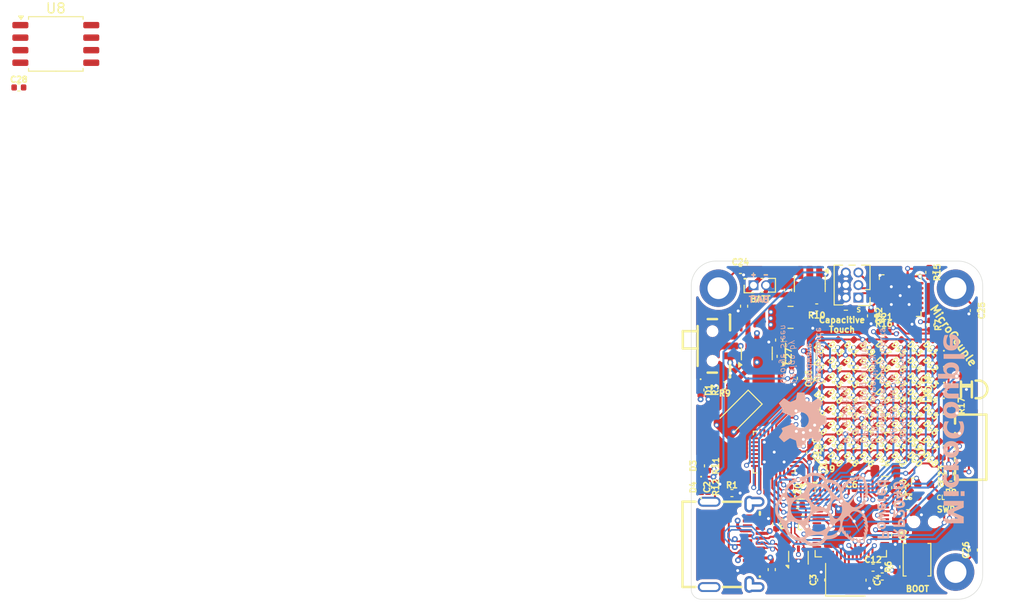
<source format=kicad_pcb>
(kicad_pcb (version 20241229) (generator "pcbnew") (generator_version "9.0")
  (layers (0 "F.Cu" signal) (4 "In1.Cu" signal) (6 "In2.Cu" signal) (2 "B.Cu" signal) (13 "F.Paste" user) (15 "B.Paste" user) (5 "F.SilkS" user "F.Silkscreen") (7 "B.SilkS" user "B.Silkscreen") (1 "F.Mask" user) (3 "B.Mask" user) (25 "Edge.Cuts" user))
  (net 0 "")
  (net 1 "GND")
  (net 2 "+BATT")
  (net 3 "+3.3V")
  (net 4 "+3.3VA")
  (net 5 "+1V1")
  (net 6 "VBUS")
  (net 7 "/XIN")
  (net 8 "/XOUT")
  (net 9 "Net-(J2-SHIELD)")
  (net 10 "/Battery Management/VIN")
  (net 11 "/~{MX_SDB}")
  (net 12 "/CT_RESET")
  (net 13 "/Battery Management/PWR_ENABLE")
  (net 14 "Net-(D1-K)")
  (net 15 "Net-(D3-A)")
  (net 16 "/Battery Management/Charge Status")
  (net 17 "Net-(D4-K)")
  (net 18 "/LED Matrix/LEDMTX.R7")
  (net 19 "/LED Matrix/LEDMTX.C0")
  (net 20 "/LED Matrix/LEDMTX.C1")
  (net 21 "/LED Matrix/LEDMTX.C2")
  (net 22 "/LED Matrix/LEDMTX.C3")
  (net 23 "/LED Matrix/LEDMTX.C4")
  (net 24 "/LED Matrix/LEDMTX.C5")
  (net 25 "/LED Matrix/LEDMTX.C6")
  (net 26 "/LED Matrix/LEDMTX.C7")
  (net 27 "/LED Matrix/LEDMTX.R6")
  (net 28 "/LED Matrix/LEDMTX.R5")
  (net 29 "/LED Matrix/LEDMTX.R4")
  (net 30 "/LED Matrix/LEDMTX.R3")
  (net 31 "/LED Matrix/LEDMTX.R2")
  (net 32 "/LED Matrix/LEDMTX.R1")
  (net 33 "/LED Matrix/LEDMTX.R0")
  (net 34 "/IR.TX")
  (net 35 "Net-(D69-K)")
  (net 37 "/SWDIO")
  (net 38 "/~{RESET}")
  (net 39 "/SWCLK")
  (net 40 "Net-(U4-SW)")
  (net 49 "/USB.D+")
  (net 50 "/USB.D-")
  (net 51 "Net-(J2-CC2)")
  (net 52 "Net-(J2-CC1)")
  (net 55 "/I2C0.SDL")
  (net 56 "/I2C0.SDA")
  (net 57 "/USB.D_PROTECTED+")
  (net 58 "/USB.D_PROTECTED-")
  (net 59 "Net-(U3-PROG)")
  (net 60 "Net-(U5-ISET)")
  (net 61 "/~{CT_ALERT}")
  (net 63 "/QSPI.~{CS}")
  (net 64 "/IR.RX")
  (net 66 "/EEPROM/QSPI.IO1")
  (net 69 "/EEPROM/QSPI.IO3")
  (net 70 "/EEPROM/QSPI.IO2")
  (net 76 "/EEPROM/QSPI.SCK")
  (net 79 "/EEPROM/QSPI.IO0")
  (net 85 "/CT_WAKE")
  (net 102 "/Capacitive Touch/CS2")
  (net 109 "/Capacitive Touch/CS4")
  (net 113 "/Capacitive Touch/CS3")
  (net 117 "Net-(C24-Pad1)")
  (net 118 "Net-(C25-Pad1)")
  (net 119 "Net-(C26-Pad1)")
  (net 120 "Net-(U4-BST)")
  (footprint "GS_Optoelectronics:LED_0402_1005Metric" (layer "F.Cu") (at 101.307409 60.9329 135)
    (property "Reference" "D18")
    (property "Value" "Red")
  )
  (footprint "Button_Switch_SMD:SW_SPST_B3U-1000P" (layer "F.Cu") (at 109 74.85 -90)
    (property "Reference" "SW1" (hide yes))
    (property "Value" "SW_Push")
  )
  (footprint "GS_Capacitors:C_0402_1005Metric" (layer "F.Cu") (at 94.3 75.85 -90)
    (property "Reference" "C1" (hide yes))
    (property "Value" "4.7uF")
  )
  (footprint "GS_Resistors:R_0402_1005Metric" (layer "F.Cu") (at 89.55 57.2 180)
    (property "Reference" "R9")
    (property "Value" "100k")
  )
  (footprint "GS_Capacitors:C_0402_1005Metric" (layer "F.Cu") (at 106.8 67.55 -90)
    (property "Reference" "C10")
    (property "Value" "100nF")
  )
  (footprint "GS_Optoelectronics:LED_0402_1005Metric" (layer "F.Cu") (at 107.73598 54.5329 135)
    (property "Reference" "D46")
    (property "Value" "Red")
  )
  (footprint "GS_Optoelectronics:LED_0402_1005Metric" (layer "F.Cu") (at 102.950266 52.909174 135)
    (property "Reference" "D21")
    (property "Value" "Red")
  )
  (footprint "GS_Optoelectronics:LED_0402_1005Metric" (layer "F.Cu") (at 104.521695 59.3329 135)
    (property "Reference" "D33")
    (property "Value" "Red")
  )
  (footprint "GS_Capacitors:C_0402_1005Metric" (layer "F.Cu") (at 95.2 54.25 -90)
    (property "Reference" "C27")
    (property "Value" "100nF")
  )
  (footprint "GS_Optoelectronics:LED_0402_1005Metric" (layer "F.Cu") (at 109.343123 56.1329 135)
    (property "Reference" "D55")
    (property "Value" "Red")
  )
  (footprint "GS_Optoelectronics:LED_0402_1005Metric" (layer "F.Cu") (at 109.343123 57.7329 135)
    (property "Reference" "D56")
    (property "Value" "Red")
  )
  (footprint "GS_Optoelectronics:LED_0402_1005Metric" (layer "F.Cu") (at 107.750266 52.909174 135)
    (property "Reference" "D45")
    (property "Value" "Red")
  )
  (footprint "GS_Optoelectronics:LED_0402_1005Metric" (layer "F.Cu") (at 102.914552 57.7329 135)
    (property "Reference" "D24")
    (property "Value" "Red")
  )
  (footprint "Inductor_SMD:L_1008_2520Metric" (layer "F.Cu") (at 96.2 50.3 180)
    (property "Reference" "L1" (hide yes))
    (property "Value" "2.2uH")
  )
  (footprint "GS_Optoelectronics:LED_0402_1005Metric" (layer "F.Cu") (at 104.521695 62.5329 135)
    (property "Reference" "D35")
    (property "Value" "Red")
  )
  (footprint "Package_TO_SOT_SMD:TSOT-23-6" (layer "F.Cu") (at 97.25 53.7 90)
    (property "Reference" "U4" (hide yes))
    (property "Value" "AP63203WU-7")
  )
  (footprint "GS_Capacitors:C_0402_1005Metric" (layer "F.Cu") (at 18.104 27.016)
    (property "Reference" "C28")
    (property "Value" "100nF")
  )
  (footprint "GS_Optoelectronics:LED_0402_1005Metric" (layer "F.Cu") (at 106.150266 52.909174 135)
    (property "Reference" "D37")
    (property "Value" "Red")
  )
  (footprint "Package_TO_SOT_SMD:SOT-23-5" (layer "F.Cu") (at 98.15 46.9 -90)
    (property "Reference" "U3" (hide yes))
    (property "Value" "MCP73831")
  )
  (footprint "GS_Optoelectronics:LED_0402_1005Metric" (layer "F.Cu") (at 107.73598 56.1329 135)
    (property "Reference" "D47")
    (property "Value" "Red")
  )
  (footprint "Package_TO_SOT_SMD:SOT-23" (layer "F.Cu") (at 92.7875 53.95 90)
    (property "Reference" "Q1" (hide yes))
    (property "Value" "AO3415")
  )
  (footprint "Package_DFN_QFN:QFN-32-1EP_4x4mm_P0.4mm_EP2.65x2.65mm" (layer "F.Cu") (at 94.55 63.95 -90)
    (property "Reference" "U5" (hide yes))
    (property "Value" "IS31FL3729")
  )
  (footprint "GS_Capacitors:C_0402_1005Metric" (layer "F.Cu") (at 97.25 56.48 -90)
    (property "Reference" "C16")
    (property "Value" "100nF")
  )
  (footprint "GS_Optoelectronics:LED_0402_1005Metric" (layer "F.Cu") (at 101.307409 64.1329 135)
    (property "Reference" "D20")
    (property "Value" "Red")
  )
  (footprint "GS_Capacitors:C_0402_1005Metric" (layer "F.Cu") (at 105.65 51.05)
    (property "Reference" "C21")
    (property "Value" "100nF")
  )
  (footprint "GS_Optoelectronics:LED_0402_1005Metric" (layer "F.Cu") (at 102.914552 60.9329 135)
    (property "Reference" "D26")
    (property "Value" "Red")
  )
  (footprint "Package_DFN_QFN:QFN-24-1EP_4x4mm_P0.5mm_EP2.5x2.5mm" (layer "F.Cu") (at 107.3 48.1 90)
    (property "Reference" "U6" (hide yes))
    (property "Value" "CAP1188")
  )
  (footprint "GS_Optoelectronics:LED_0402_1005Metric" (layer "F.Cu") (at 104.521695 54.5329 135)
    (property "Reference" "D30")
    (property "Value" "Red")
  )
  (footprint "GS_Optoelectronics:LED_0402_1005Metric" (layer "F.Cu") (at 102.914552 54.5329 135)
    (property "Reference" "D22")
    (property "Value" "Red")
  )
  (footprint "GS_Capacitors:C_0402_1005Metric" (layer "F.Cu") (at 104.35 50.15 -90)
    (property "Reference" "C22")
    (property "Value" "100nF")
  )
  (footprint "GS_Optoelectronics:IRM-V8__M3-C-TR1" (layer "F.Cu") (at 113.3 63.45 90)
    (property "Reference" "U7")
    (property "Value" "IRM-V838M3-C/TR1")
  )
  (footprint "GS_Optoelectronics:LED_0402_1005Metric" (layer "F.Cu") (at 99.700266 62.5329 135)
    (property "Reference" "D11")
    (property "Value" "Red")
  )
  (footprint "GS_Optoelectronics:LED_0402_1005Metric" (layer "F.Cu") (at 109.343123 54.5329 135)
    (property "Reference" "D54")
    (property "Value" "Red")
  )
  (footprint "GS_Resistors:R_0402_1005Metric" (layer "F.Cu") (at 87.8 57.65 -90)
    (property "Reference" "R3")
    (property "Value" "1k")
  )
  (footprint "GS_Optoelectronics:LED_0402_1005Metric" (layer "F.Cu") (at 109.343123 64.1329 135)
    (property "Reference" "D60")
    (property "Value" "Red")
  )
  (footprint "GS_Optoelectronics:LED_0402_1005Metric" (layer "F.Cu") (at 99.700266 59.3329 135)
    (property "Reference" "D9")
    (property "Value" "Red")
  )
  (footprint "MountingHole:MountingHole_2.2mm_M2_DIN965_Pad" (layer "F.Cu") (at 112.9 47.35)
    (property "Reference" "H2" (hide yes))
    (property "Value" "MountingHole_Pad")
  )
  (footprint "GS_Resistors:R_0402_1005Metric" (layer "F.Cu") (at 87.85 65.345 -90)
    (property "Reference" "R11")
    (property "Value" "1.5k")
  )
  (footprint "GS_Optoelectronics:LED_0402_1005Metric" (layer "F.Cu") (at 101.307409 54.5329 135)
    (property "Reference" "D14")
    (property "Value" "Red")
  )
  (footprint "GS_Capacitors:C_0402_1005Metric" (layer "F.Cu") (at 95.05 52.6 -90)
    (property "Reference" "C17" (hide yes))
    (property "Value" "4.7uF")
  )
  (footprint "GS_Optoelectronics:LED_0402_1005Metric" (layer "F.Cu") (at 106.128837 57.7329 135)
    (property "Reference" "D40")
    (property "Value" "Red")
  )
  (footprint "GS_Optoelectronics:LED_0402_1005Metric" (layer "F.Cu") (at 104.521695 56.1329 135)
    (property "Reference" "D31")
    (property "Value" "Red")
  )
  (footprint "GS_Optoelectronics:LED_0402_1005Metric" (layer "F.Cu") (at 99.700266 64.1329 135)
    (property "Reference" "D12")
    (property "Value" "Red")
  )
  (footprint "Package_DFN_QFN:QFN-56-1EP_7x7mm_P0.4mm_EP3.2x3.2mm" (layer "F.Cu") (at 102.3 70.95)
    (property "Reference" "U2" (hide yes))
    (property "Value" "RP2040")
  )
  (footprint "GS_Capacitors:C_0402_1005Metric" (layer "F.Cu") (at 88.55 67.5 90)
    (property "Reference" "C2")
    (property "Value" "100nF")
  )
  (footprint "GS_Optoelectronics:LED_0402_1005Metric" (layer "F.Cu") (at 99.700266 52.909174 135)
    (property "Reference" "D5")
    (property "Value" "Red")
  )
  (footprint "GS_Optoelectronics:LED_0402_1005Metric" (layer "F.Cu") (at 109.343123 60.9329 135)
    (property "Reference" "D58")
    (property "Value" "Red")
  )
  (footprint "Inductor_SMD:L_0805_2012Metric" (layer "F.Cu") (at 105.8 65.85)
    (property "Reference" "FB1" (hide yes))
    (property "Value" "120R @ 100MHz")
  )
  (footprint "MountingHole:MountingHole_2.2mm_M2_DIN965_Pad" (layer "F.Cu") (at 112.9 76.1)
    (property "Reference" "H3" (hide yes))
    (property "Value" "MountingHole_Pad")
  )
  (footprint "GS_Optoelectronics:LED_0402_1005Metric" (layer "F.Cu") (at 110.950266 62.5329 135)
    (property "Reference" "D67")
    (property "Value" "Red")
  )
  (footprint "GS_Optoelectronics:LED_0402_1005Metric" (layer "F.Cu") (at 106.128837 56.1329 135)
    (property "Reference" "D39")
    (property "Value" "Red")
  )
  (footprint "GS_Capacitors:C_0402_1005Metric" (layer "F.Cu") (at 95.95 47.53 90)
    (property "Reference" "C14" (hide yes))
    (property "Value" "4.7uF")
  )
  (footprint "GS_Optoelectronics:LED_0402_1005Metric" (layer "F.Cu") (at 102.914552 56.1329 135)
    (property "Reference" "D23")
    (property "Value" "Red")
  )
  (footprint "GS_Resistors:R_0402_1005Metric" (layer "F.Cu") (at 96.85 67.95 -90)
    (property "Reference" "R13")
    (property "Value" "10k")
  )
  (footprint "GS_Optoelectronics:LED_0402_1005Metric" (layer "F.Cu") (at 101.307409 62.5329 135)
    (property "Reference" "D19")
    (property "Value" "Red")
  )
  (footprint "GS_Optoelectronics:LED_0402_1005Metric" (layer "F.Cu") (at 106.128837 64.1329 135)
    (property "Reference" "D44")
    (property "Value" "Red")
  )
  (footprint "GS_Capacitors:C_0402_1005Metric" (layer "F.Cu") (at 96.15 67.95 -90)
    (property "Reference" "C20")
    (property "Value" "100nF")
  )
  (footprint "GS_Optoelectronics:LED_0402_1005Metric" (layer "F.Cu") (at 110.950266 60.9329 135)
    (property "Reference" "D66")
    (property "Value" "Red")
  )
  (footprint "Connector_PinHeader_1.27mm:PinHeader_2x03_P1.27mm_Vertical" (layer "F.Cu") (at 103.065 48.298 180)
    (property "Reference" "J4" (hide yes))
    (property "Value" "Conn_02x03_Odd_Even" (hide yes))
  )
  (footprint "GS_Capacitors:C_0402_1005Metric" (layer "F.Cu") (at 104.55 75.65)
    (property "Reference" "C12")
    (property "Value" "100nF")
  )
  (footprint "GS_Capacitors:C_0402_1005Metric" (layer "F.Cu") (at 99.83 66.45)
    (property "Reference" "C19")
    (property "Value" "100nF")
  )
  (footprint "GS_Optoelectronics:LED_0402_1005Metric" (layer "F.Cu") (at 99.700266 57.7329 135)
    (property "Reference" "D8")
    (property "Value" "Red")
  )
  (footprint "GS_Capacitors:C_0402_1005Metric" (layer "F.Cu") (at 102.4 66.45 180)
    (property "Reference" "C6")
    (property "Value" "100nF")
  )
  (footprint "GS_SO:SOIC-8_5.3x5.3mm_P1.27mm" (layer "F.Cu") (at 21.844 22.606)
    (property "Reference" "U8")
    (property "Value" "W25Q128JVSIQ")
  )
  (footprint "GS_Optoelectronics:LED_0402_1005Metric" (layer "F.Cu") (at 104.521695 64.1329 135)
    (property "Reference" "D36")
    (property "Value" "Red")
  )
  (footprint "GS_Optoelectronics:LED_0402_1005Metric" (layer "F.Cu") (at 109.350266 52.909174 135)
    (property "Reference" "D53")
    (property "Value" "Red")
  )
  (footprint "GS_Optoelectronics:LED_0402_1005Metric" (layer "F.Cu") (at 110.950266 64.1329 135)
    (property "Reference" "D68")
    (property "Value" "Red")
  )
  (footprint "GS_Optoelectronics:LED_0402_1005Metric" (layer "F.Cu") (at 99.700266 54.5329 135)
    (property "Reference" "D6")
    (property "Value" "Red")
  )
  (footprint "Package_TO_SOT_SMD:SOT-666" (layer "F.Cu") (at 97 74.65 90)
    (property "Reference" "U1" (hide yes))
    (property "Value" "USBLC6-2P6-MS")
  )
  (footprint "GS_Optoelectronics:LED_0402_1005Metric" (layer "F.Cu") (at 102.914552 62.5329 135)
    (property "Reference" "D27")
    (property "Value" "Red")
  )
  (footprint "GS_Optoelectronics:LED_0402_1005Metric" (layer "F.Cu") (at 109.343123 59.3329 135)
    (property "Reference" "D57")
    (property "Value" "Red")
  )
  (footprint "GS_Resistors:R_0402_1005Metric" (layer "F.Cu") (at 90.27 68.1)
    (property "Reference" "R1")
    (property "Value" "5.1k")
  )
  (footprint "GS_Optoelectronics:LED_0402_1005Metric" (layer "F.Cu") (at 102.914552 64.1329 135)
    (property "Reference" "D28")
    (property "Value" "Red")
  )
  (footprint "GS_Optoelectronics:LED_0402_1005Metric" (layer "F.Cu") (at 101.350266 52.909174 135)
    (property "Reference" "D13")
    (property "Value" "Red")
  )
  (footprint "GS_Resistors:R_0402_1005Metric" (layer "F.Cu") (at 98.85 49.3 180)
    (property "Reference" "R10")
    (property "Value" "10k")
  )
  (footprint "GS_Optoelectronics:LED_0402_1005Metric" (layer "F.Cu") (at 110.950266 56.1329 135)
    (property "Reference" "D63")
    (property "Value" "Red")
  )
  (footprint "GS_Resistors:R_0402_1005Metric" (layer "F.Cu") (at 87.85 67.53 -90)
    (property "Reference" "R12")
    (property "Value" "1.5k")
  )
  (footprint "GS_Optoelectronics:LED_0402_1005Metric" (layer "F.Cu") (at 110.950266 57.7329 135)
    (property "Reference" "D64")
    (property "Value" "Red")
  )
  (footprint "GS_Capacitors:C_0402_1005Metric" (layer "F.Cu") (at 114.75 73.87 90)
    (property "Reference" "C26")
    (property "Value" "100nF")
  )
  (footprint "GS_Resistors:R_0402_1005Metric" (layer "F.Cu") (at 110.35 51.08 -90)
    (property "Reference" "R7")
    (property "Value" "5.1k")
  )
  (footprint "GS_Optoelectronics:LED_0402_1005Metric" (layer "F.Cu") (at 99.700266 60.9329 135)
    (property "Reference" "D10")
    (property "Value" "Red")
  )
  (footprint "GS_Resistors:R_0402_1005Metric" (layer "F.Cu") (at 112.7 59.25 -90)
    (property "Reference" "R17")
    (property "Value" "330R")
  )
  (footprint "GS_Capacitors:C_0402_1005Metric" (layer "F.Cu") (at 99.3 76.9 90)
    (property "Reference" "C3")
    (property "Value" "14pF")
  )
  (footprint "GS_Optoelectronics:LED_0402_1005Metric" (layer "F.Cu") (at 104.550266 52.909174 135)
    (property "Reference" "D29")
    (property "Value" "Red")
  )
  (footprint "Connector:Tag-Connect_TC2030-IDC-NL_2x03_P1.27mm_Vertical" (layer "F.Cu") (at 109.715 68.48 -90)
    (property "Reference" "J1" (hide yes))
    (property "Value" "Conn_ARM_SWD_TagConnect_TC2030-NL" (hide yes))
  )
  (footprint "GS_Capacitors:C_0402_1005Metric" (layer "F.Cu") (at 114.75 49.62 -90)
    (property "Reference" "C25")
    (property "Value" "100nF")
  )
  (footprint "GS_Capacitors:C_0402_1005Metric" (layer "F.Cu") (at 104.2 76.92 -90)
    (property "Reference" "C4")
    (property "Value" "14pF")
  )
  (footprint "GS_Optoelectronics:LED_0402_1005Metric" (layer "F.Cu") (at 101.307409 57.7329 135)
    (property "Reference" "D16")
    (property "Value" "Red")
  )
  (footprint "GS_Optoelectronics:LED_0402_1005Metric" (layer "F.Cu") (at 107.73598 62.5329 135)
    (property "Reference" "D51")
    (property "Value" "Red")
  )
  (footprint "GS_Optoelectronics:LED_0402_1005Metric" (layer "F.Cu") (at 99.700266 56.1329 135)
    (property "Reference" "D7")
    (property "Value" "Red")
  )
  (footprint "GS_Optoelectronics:LED_0402_1005Metric" (layer "F.Cu") (at 107.73598 59.3329 135)
    (property "Reference" "D49")
    (property "Value" "Red")
  )
  (footprint "GS_Optoelectronics:LED_SMD_L3.0-W2.7-RD" (layer "F.Cu") (at 114 57.6 90)
    (property "Reference" "D69")
    (property "Value" "IR")
  )
  (footprint "GS_Optoelectronics:LED_0402_1005Metric" (layer "F.Cu") (at 109.343123 62.5329 135)
    (property "Reference" "D59")
    (property "Value" "Red")
  )
  (footprint "GS_Capacitors:C_0402_1005Metric" (layer "F.Cu") (at 107.2 69.175 -90)
    (property "Reference" "C9" (hide yes))
    (property "Value" "4.7uF")
  )
  (footprint "GS_Resistors:R_0402_1005Metric" (layer "F.Cu") (at 112.42 67.25 180)
    (property "Reference" "R8")
    (property "Value" "5.1k")
  )
  (footprint "GS_Optoelectronics:LED_0402_1005Metric" (layer "F.Cu") (at 106.128837 59.3329 135)
    (property "Reference" "D41")
    (property "Value" "Red")
  )
  (footprint "GS_Optoelectronics:LED_0402_1005Metric" (layer "F.Cu") (at 104.521695 57.7329 135)
    (property "Reference" "D32")
    (property "Value" "Red")
  )
  (footprint "GS_Optoelectronics:LED_0402_1005Metric" (layer "F.Cu") (at 107.73598 57.7329 135)
    (property "Reference" "D48")
    (property "Value" "Red")
  )
  (footprint "GS_Optoelectronics:LED_0402_1005Metric" (layer "F.Cu") (at 107.73598 60.9329 135)
    (property "Reference" "D50")
    (property "Value" "Red")
  )
  (footprint "GS_Optoelectronics:LED_0402_1005Metric" (layer "F.Cu") (at 107.73598 64.1329 135)
    (property "Reference" "D52")
    (property "Value" "Red")
  )
  (footprint "GS_Switches:MSK12CO2" (layer "F.Cu") (at 88.58 53.075 -90)
    (property "Reference" "SW2" (hide yes))
    (property "Value" "MSK12CO2")
  )
  (footprint "GS_Optoelectronics:LED_0402_1005Metric" (layer "F.Cu") (at 106.128837 54.5329 135)
    (property "Reference" "D38")
    (property "Value" "Red")
  )
  (footprint "GS_Capacitors:C_0402_1005Metric" (layer "F.Cu") (at 98.2 63.995 -90)
    (property "Reference" "C18")
    (property "Value" "100nF")
  )
  (footprint "GS_Optoelectronics:LED_0402_1005Metric" (layer "F.Cu") (at 102.914552 59.3329 135)
    (property "Reference" "D25")
    (property "Value" "Red")
  )
  (footprint "Connector_PinSocket_1.27mm:PinSocket_2x01_P1.27mm_Vertical" (layer "F.Cu") (at 92.455 47.05 180)
    (property "Reference" "BT1" (hide yes))
    (property "Value" "Battery_Cell")
  )
  (footprint "GS_Capacitors:C_0402_1005Metric" (layer "F.Cu") (at 106.8 72.35 -90)
    (property "Reference" "C5")
    (property "Value" "100nF")
  )
  (footprint "GS_Optoelectronics:LED_0402_1005Metric" (layer "F.Cu") (at 104.521695 60.9329 135)
    (property "Reference" "D34")
    (property "Value" "Red")
  )
  (footprint "GS_Capacitors:C_0402_1005Metric" (layer "F.Cu") (at 96.9 69.3 180)
    (property "Reference" "C8" (hide yes))
    (property "Value" "4.7uF")
  )
  (footprint "GS_Capacitors:C_0402_1005Metric" (layer "F.Cu") (at 97.43 70.75 180)
    (property "Reference" "C7")
    (property "Value" "100nF")
  )
  (footprint "GS_Connectors:USB-C-SMD" (layer "F.Cu") (at 90.5875 73.47 -90)
    (property "Reference" "J2" (hide yes))
    (property "Value" "USB_C_Socket")
  )
  (footprint "Crystal:Crystal_SMD_3225-4Pin_3.2x2.5mm" (layer "F.Cu") (at 101.75 76.875)
    (property "Reference" "X1" (hide yes))
    (property "Value" "12MHz 12pF")
  )
  (footprint "GS_Optoelectronics:LED_0402_1005Metric" (layer "F.Cu") (at 110.950266 59.3329 135)
    (property "Reference" "D65")
    (property "Value" "Red")
  )
  (footprint "GS_Resistors:R_0402_1005Metric" (layer "F.Cu") (at 105.65 51.75)
    (property "Reference" "R16")
    (property "Value" "100k")
  )
  (footprint "GS_Resistors:R_0402_1005Metric" (layer "F.Cu") (at 106.9 75.57 90)
    (property "Reference" "R6")
    (property "Value" "5.1k")
  )
  (footprint "GS_Optoelectronics:LED_0402_1005Metric" (layer "F.Cu") (at 101.307409 59.3329 135)
    (property "Reference" "D17")
    (property "Value" "Red")
  )
  (footprint "MountingHole:MountingHole_2.2mm_M2_DIN965_Pad" (layer "F.Cu") (at 88.9 47.35)
    (property "Reference" "H1" (hide yes))
    (property "Value" "MountingHole_Pad")
  )
  (footprint "GS_Optoelectronics:LED_0402_1005Metric" (layer "F.Cu") (at 106.128837 62.5329 135)
    (property "Reference" "D43")
    (property "Value" "Red")
  )
  (footprint "GS_Capacitors:C_0402_1005Metric" (layer "F.Cu") (at 105.48 76.55)
    (property "Reference" "C11" (hide yes))
    (property "Value" "4.7uF")
  )
  (footprint "GS_Capacitors:C_0402_1005Metric" (layer "F.Cu") (at 98.2 56.7 -90)
    (property "Reference" "C15" (hide yes))
    (property "Value" "4.7uF")
  )
  (footprint "GS_Optoelectronics:LED_0402_1005Metric" (layer "F.Cu") (at 87.15 65.345 90)
    (property "Reference" "D3")
    (property "Value" "Red")
  )
  (footprint "GS_Capacitors:C_0402_1005Metric" (layer "F.Cu") (at 91.5 49.17 -90)
    (property "Reference" "C13" (hide yes))
    (property "Value" "4.7uF")
  )
  (footprint "GS_Optoelectronics:LED_0402_1005Metric" (layer "F.Cu") (at 87.1 57.655 -90)
    (property "Reference" "D1")
    (property "Value" "Green")
  )
  (footprint "Diode_SMD:D_SOD-123" (layer "F.Cu") (at 90.95 60.05 -135)
    (property "Reference" "D2" (hide yes))
    (property "Value" "40V 1A")
  )
  (footprint "GS_Resistors:R_0402_1005Metric" (layer "F.Cu") (at 94.75 71.22 -90)
    (property "Reference" "R2")
    (property "Value" "5.1k")
  )
  (footprint "GS_Optoelectronics:LED_0402_1005Metric" (layer "F.Cu") (at 106.128837 60.9329 135)
    (property "Reference" "D42")
    (property "Value" "Red")
  )
  (footprint "GS_Optoelectronics:LED_0402_1005Metric" (layer "F.Cu") (at 87.15 67.52 90)
    (property "Reference" "D4")
    (property "Value" "Green")
  )
  (footprint "GS_Optoelectronics:LED_0402_1005Metric" (layer "F.Cu") (at 101.307409 56.1329 135)
    (property "Reference" "D15")
    (property "Value" "Red")
  )
  (footprint "GS_Capacitors:C_0402_1005Metric" (layer "F.Cu") (at 91.13 45.5)
    (property "Reference" "C24")
    (property "Value" "100nF")
  )
  (footprint "GS_Optoelectronics:LED_0402_1005Metric" (layer "F.Cu") (at 110.950266 54.5329 135)
    (property "Reference" "D62")
    (property "Value" "Red")
  )
  (footprint "GS_Optoelectronics:LED_0402_1005Metric" (layer "F.Cu") (at 110.950266 52.909174 135)
    (property "Reference" "D61")
    (property "Value" "Red")
  )
  (footprint "GS_Resistors:R_0402_1005Metric" (layer "F.Cu") (at 110.25 45.75 -90)
    (property "Reference" "R15")
    (property "Value" "10k")
  )
  (footprint "GS_Capacitors:C_0402_1005Metric" (layer "F.Cu") (at 112.3 66.15 90)
    (property "Reference" "C23")
    (property "Value" "100nF")
  )
  (footprint "GS_Resistors:R_0402_1005Metric" (layer "F.Cu") (at 98.2 62.595 90)
    (property "Reference" "R14")
    (property "Value" "100k")
  )
  (footprint "LOGO" (layer "B.Cu") (at 99.35 69.75 90)
    (property "Reference" "G***" (hide yes))
    (property "Value" "LOGO" (hide yes))
  )
  (footprint "LOGO" (layer "B.Cu") (at 97.3 60.75 90)
    (property "Reference" "G***" (hide yes))
    (property "Value" "LOGO" (hide yes))
  )
  (gr_arc (start 87.15 78.85) (mid 86.442893 78.557107) (end 86.15 77.85) (stroke (width 0.05)) (layer "Edge.Cuts"))
  (gr_line (start 115.65 76.35) (end 115.65 47.1) (stroke (width 0.05)) (layer "Edge.Cuts"))
  (gr_arc (start 86.15 47.1) (mid 86.882233 45.332233) (end 88.65 44.6) (stroke (width 0.05)) (layer "Edge.Cuts"))
  (gr_arc (start 113.15 44.6) (mid 114.917767 45.332233) (end 115.65 47.1) (stroke (width 0.05)) (layer "Edge.Cuts"))
  (gr_arc (start 115.65 76.35) (mid 114.917767 78.117767) (end 113.15 78.85) (stroke (width 0.05)) (layer "Edge.Cuts"))
  (gr_line (start 86.15 47.1) (end 86.15 77.85) (stroke (width 0.05)) (layer "Edge.Cuts"))
  (gr_line (start 113.15 44.6) (end 88.65 44.6) (stroke (width 0.05)) (layer "Edge.Cuts"))
  (gr_line (start 87.15 78.85) (end 113.15 78.85) (stroke (width 0.05)) (layer "Edge.Cuts"))
  (gr_text "CL" (at 111.4 68.55 0) (layer "F.SilkS") (effects (font (size 0.45 0.45) (thickness 0.1125) (bold yes))))
  (gr_text "BATT" (at 93.15 48.45 0) (layer "F.SilkS") (effects (font (size 0.6 0.6) (thickness 0.15) (bold yes))))
  (gr_text "+" (at 108.1 67.25 0) (layer "F.SilkS") (effects (font (size 0.45 0.45) (thickness 0.1125) (bold yes))))
  (gr_text "IO" (at 111.4 67.25 0) (layer "F.SilkS") (effects (font (size 0.45 0.45) (thickness 0.1125) (bold yes))))
  (gr_text "-" (at 108.1 69.75 0) (layer "F.SilkS") (effects (font (size 0.45 0.45) (thickness 0.1125) (bold yes))))
  (gr_text "Capacitive\nTouch" (at 101.4 51.05 0) (layer "F.SilkS") (effects (font (size 0.6 0.6) (thickness 0.15) (bold yes))))
  (gr_text "MicroCouple" (at 112.7 52.15 305) (layer "F.SilkS") (effects (font (size 0.8 0.8) (thickness 0.17) (bold yes))))
  (gr_text "BOOT" (at 109.05 77.8 0) (layer "F.SilkS") (effects (font (size 0.6 0.6) (thickness 0.15) (bold yes))))
  (gr_text "SWD" (at 111.95 69.75 0) (layer "F.SilkS") (effects (font (size 0.6 0.6) (thickness 0.15) (bold yes))))
  (gr_text "-" (at 101.8 49.55 0) (layer "F.SilkS") (effects (font (size 0.45 0.45) (thickness 0.1125) (bold yes))))
  (gr_text "S" (at 103.1 49.55 0) (layer "F.SilkS") (effects (font (size 0.45 0.45) (thickness 0.1125) (bold yes))))
  (gr_text "~{CS}" (at 108.1 68.55 0) (layer "F.SilkS") (effects (font (size 0.45 0.45) (thickness 0.1125) (bold yes))))
  (gr_text "+" (at 92.45 45.95 0) (layer "F.SilkS") (effects (font (size 0.45 0.45) (thickness 0.1125) (bold yes))))
  (gr_text "-" (at 93.7 45.95 0) (layer "F.SilkS") (effects (font (size 0.45 0.45) (thickness 0.1125) (bold yes))))
  (gr_text "38kHz IR Transciever\n8x8 LED matrix\n3 capacitive touch inputs\nUSB-C Connectivity\nLiPo charging circuitry\n3.3V logic\nM2 mounting" (at 107.9 63.15 270) (layer "B.SilkS") (effects (font (size 0.6 0.6) (thickness 0.1)) (justify left top mirror)))
  (gr_text "Open Source\nHardware" (at 97.8 57.1 270) (layer "B.SilkS") (effects (font (size 0.6 0.6) (thickness 0.1)) (justify left bottom mirror)))
  (gr_text "RP2040\nPowered" (at 104.95 69.75 270) (layer "B.SilkS") (effects (font (size 1 1) (thickness 0.2) (bold yes)) (justify bottom mirror)))
  (gr_text "+" (at 92.45 46 -0) (layer "B.SilkS") (effects (font (size 0.45 0.45) (thickness 0.1125) (bold yes)) (justify mirror)))
  (gr_text "Design by\nGeorge Sleen" (at 95.15 57.1 270) (layer "B.SilkS") (effects (font (size 0.6 0.6) (thickness 0.075) (italic yes)) (justify left bottom mirror)))
  (gr_text "BATT" (at 93 48.5 -0) (layer "B.SilkS") (effects (font (size 0.6 0.6) (thickness 0.15) (bold yes)) (justify mirror)))
  (gr_text "-" (at 93.7 46 -0) (layer "B.SilkS") (effects (font (size 0.45 0.45) (thickness 0.1125) (bold yes)) (justify mirror)))
  (gr_text "MicroCouple" (at 111.35 61.65 270) (layer "B.SilkS") (effects (font (size 2 2) (thickness 0.3) (bold yes)) (justify bottom mirror)))
  (via (at 97.55 72.25) (size 0.5) (drill 0.3) (layers "F.Cu" "B.Cu") (net 0))
  (segment (start 93.725 47.05) (end 93.725 47.66849) (width 0.4) (layer "F.Cu") (net 1))
  (segment (start 114.75 49.94) (end 114.26 49.94) (width 0.2) (layer "F.Cu") (net 1))
  (segment (start 97 75) (end 96.85 74.85) (width 0.2) (layer "F.Cu") (net 1))
  (segment (start 90.88 75.92) (end 90.85 75.95) (width 0.3) (layer "F.Cu") (net 1))
  (segment (start 106.8 72.67) (end 106.8 73.3) (width 0.2) (layer "F.Cu") (net 1))
  (segment (start 106.599 69.054) (end 107.2 69.655) (width 0.2) (layer "F.Cu") (net 1))
  (segment (start 106.05 50.05) (end 106.05 50.97) (width 0.2) (layer "F.Cu") (net 1))
  (segment (start 98.7 65.95) (end 98.9 65.75) (width 0.2) (layer "F.Cu") (net 1))
  (segment (start 91.8475 70.42) (end 92.55 70.42) (width 0.3) (layer "F.Cu") (net 1))
  (segment (start 98.2 51.65) (end 98.45 51.4) (width 0.5) (layer "F.Cu") (net 1))
  (segment (start 104.165 77.225) (end 103.375 77.225) (width 0.2) (layer "F.Cu") (net 1))
  (segment (start 114.26 49.94) (end 114.25 49.95) (width 0.2) (layer "F.Cu") (net 1))
  (segment (start 96.6 57.1) (end 96.9 56.8) (width 0.4) (layer "F.Cu") (net 1))
  (segment (start 106.599 68.071) (end 106.599 69.054) (width 0.2) (layer "F.Cu") (net 1))
  (segment (start 87.85 67.21) (end 88.52 67.21) (width 0.2) (layer "F.Cu") (net 1))
  (segment (start 94.55 70.7) (end 94.75 70.9) (width 0.4) (layer "F.Cu") (net 1))
  (segment (start 106.19 51.97) (end 106.9 51.97) (width 0.2) (layer "F.Cu") (net 1))
  (segment (start 97 75.575) (end 97 75) (width 0.2) (layer "F.Cu") (net 1))
  (segment (start 87.8 57.97) (end 87.8 58.509997) (width 0.2) (layer "F.Cu") (net 1))
  (segment (start 98.680104 64.333657) (end 98.218657 64.333657) (width 0.4) (layer "F.Cu") (net 1))
  (segment (start 104.35 50.47) (end 104.35 50.95) (width 0.2) (layer "F.Cu") (net 1))
  (segment (start 100.15 66.45) (end 102.08 66.45) (width 0.2) (layer "F.Cu") (net 1))
  (segment (start 88.55 67.18) (end 89.03 67.18) (width 0.2) (layer "F.Cu") (net 1))
  (segment (start 96.55 65.9) (end 96.75 66.1) (width 0.2) (layer "F.Cu") (net 1))
  (segment (start 96.42 70.06) (end 97.11 70.75) (width 0.4) (layer "F.Cu") (net 1))
  (segment (start 98.75 65) (end 98.75 64.403553) (width 0.2) (layer "F.Cu") (net 1))
  (segment (start 90.9 49.65) (end 91.5 49.65) (width 0.6) (layer "F.Cu") (net 1))
  (segment (start 105.4 75.99) (end 105.4 75.656) (width 0.2) (layer "F.Cu") (net 1))
  (segment (start 91.8475 75.92) (end 90.88 75.92) (width 0.3) (layer "F.Cu") (net 1))
  (segment (start 93.955461 70.67) (end 93.1475 70.67) (width 0.3) (layer "F.Cu") (net 1))
  (segment (start 90.59 68.1) (end 91.1 68.1) (width 0.2) (layer "F.Cu") (net 1))
  (segment (start 96.85 74.85) (end 96.3 74.85) (width 0.2) (layer "F.Cu") (net 1))
  (segment (start 98.9 65.15) (end 98.75 65) (width 0.2) (layer "F.Cu") (net 1))
  (segment (start 106.04614 67.87) (end 105.88514 67.709) (width 0.2) (layer "F.Cu") (net 1))
  (segment (start 106.8 67.87) (end 106.04614 67.87) (width 0.2) (layer "F.Cu") (net 1))
  (segment (start 98.9 65.75) (end 98.9 65.15) (width 0.2) (layer "F.Cu") (net 1))
  (segment (start 113.3 61.55) (end 113.3 62.05) (width 0.2) (layer "F.Cu") (net 1))
  (segment (start 113.3 65.36) (end 113.3 64.8) (width 0.2) (layer "F.Cu") (net 1))
  (segment (start 99.3 76.58) (end 99.3 76.1) (width 0.2) (layer "F.Cu") (net 1))
  (segment (start 89.03 67.18) (end 89.05 67.2) (width 0.2) (layer "F.Cu") (net 1))
  (segment (start 89.23 57.2) (end 88.65 57.2) (width 0.4) (layer "F.Cu") (net 1))
  (segment (start 100.15 65.757144) (end 99.642856 65.25) (width 0.2) (layer "F.Cu") (net 1))
  (segment (start 95.724334 70.75) (end 95.71303 70.738696) (width 0.2) (layer "F.Cu") (net 1))
  (segment (start 93.985461 70.7) (end 94.55 70.7) (width 0.4) (layer "F.Cu") (net 1))
  (segment (start 104.87 75.65) (end 105.394 75.65) (width 0.2) (layer "F.Cu") (net 1))
  (segment (start 98.2 52.5625) (end 98.2 51.65) (width 0.5) (layer "F.Cu") (net 1))
  (segment (start 109.446 70.3) (end 109.446 70.116) (width 0.4) (layer "F.Cu") (net 1))
  (segment (start 101.3 74.3875) (end 101.3 73.5) (width 0.2) (layer "F.Cu") (net 1))
  (segment (start 91.45 45.5) (end 91.45 46) (width 0.2) (layer "F.Cu") (net 1))
  (segment (start 105.97 51.75) (end 105.97 51.05) (width 0.2) (layer "F.Cu") (net 1))
  (segment (start 93.725 47.66849) (end 91.74349 49.65) (width 0.4) (layer "F.Cu") (net 1))
  (segment (start 94.28 53.08) (end 95.05 53.08) (width 0.2) (layer "F.Cu") (net 1))
  (segment (start 97.25 56.8) (end 97.63 57.18) (width 0.4) (layer "F.Cu") (net 1))
  (segment (start 100.15 66.45) (end 100.15 65.757144) (width 0.2) (layer "F.Cu") (net 1))
  (segment (start 89.4 55.95) (end 90.15 55.95) (width 0.5) (layer "F.Cu") (net 1))
  (segment (start 98.75 64.403553) (end 98.680104 64.333657) (width 0.2) (layer "F.Cu") (net 1))
  (segment (start 95.58 70.9) (end 96.42 70.06) (width 0.4) (layer "F.Cu") (net 1))
  (segment (start 112.3 65.83) (end 112.42 65.83) (width 0.2) (layer "F.Cu") (net 1))
  (segment (start 91.74349 49.65) (end 91.5 49.65) (width 0.4) (layer "F.Cu") (net 1))
  (segment (start 87.8 58.509997) (end 87.890003 58.6) (width 0.2) (layer "F.Cu") (net 1))
  (segment (start 99 65.25) (end 98.9 65.15) (width 0.2) (layer "F.Cu") (net 1))
  (segment (start 93.967663 70.682202) (end 93.955461 70.67) (width 0.3) (layer "F.Cu") (net 1))
  (segment (start 96.9 56.8) (end 97.25 56.8) (width 0.4) (layer "F.Cu") (net 1))
  (segment (start 94 52.8) (end 94.28 53.08) (width 0.2) (layer "F.Cu") (net 1))
  (segment (start 95.95 65.9) (end 96.55 65.9) (width 0.2) (layer "F.Cu") (net 1))
  (segment (start 93.967663 70.682202) (end 93.985461 70.7) (width 0.4) (layer "F.Cu") (net 1))
  (segment (start 105.97 51.75) (end 106.19 51.97) (width 0.2) (layer "F.Cu") (net 1))
  (segment (start 96.42 69.3) (end 96.42 70.06) (width 0.4) (layer "F.Cu") (net 1))
  (segment (start 105.96 76.55) (end 105.4 75.99) (width 0.2) (layer "F.Cu") (net 1))
  (segment (start 92.8 70.67) (end 93.1475 70.67) (width 0.3) (layer "F.Cu") (net 1))
  (segment (start 98.53 49.88) (end 98.53 49.3) (width 0.4) (layer "F.Cu") (net 1))
  (segment (start 104.2 77.24) (end 104.2 77.75) (width 0.2) (layer "F.Cu") (net 1))
  (segment (start 96.5 64.15) (end 94.75 64.15) (width 0.2) (layer "F.Cu") (net 1))
  (segment (start 97.63 57.18) (end 98.2 57.18) (width 0.4) (layer "F.Cu") (net 1))
  (segment (start 92.55 70.42) (end 92.8 70.67) (width 0.3) (layer "F.Cu") (net 1))
  (segment (start 95.95 47.05) (end 93.725 47.05) (width 0.6) (layer "F.Cu") (net 1))
  (segment (start 105.394 75.65) (end 105.4 75.656) (width 0.2) (layer "F.Cu") (net 1))
  (segment (start 94.75 70.9) (end 95.58 70.9) (width 0.4) (layer "F.Cu") (net 1))
  (segment (start 107.2 70.2) (end 107.2 69.655) (width 0.4) (layer "F.Cu") (net 1))
  (segment (start 109.446 70.116) (end 109.08 69.75) (width 0.4) (layer "F.Cu") (net 1))
  (segment (start 112.7 59.65) (end 113.05 60) (width 0.2) (layer "F.Cu") (net 1))
  (segment (start 106.8 67.87) (end 106.599 68.071) (width 0.2) (layer "F.Cu") (net 1))
  (segment (start 98.2 62.275) (end 98.2 61.75) (width 0.2) (layer "F.Cu") (net 1))
  (segment (start 112.42 65.83) (end 112.89 65.36) (width 0.2) (layer "F.Cu") (net 1))
  (segment (start 98.218657 64.333657) (end 98.2 64.315) (width 0.4) (layer "F.Cu") (net 1))
  (segment (start 99.355 76.525) (end 100.175 76.525) (width 0.2) (layer "F.Cu") (net 1))
  (segment (start 96.3 74.85) (end 97.6 74.85) (width 0.2) (layer "F.Cu") (net 1))
  (segment (start 99.642856 65.25) (end 99 65.25) (width 0.2) (layer "F.Cu") (net 1))
  (segment (start 114.75 73.55) (end 114.25 73.55) (width 0.2) (layer "F.Cu") (net 1))
  (via (at 113.05 60) (size 0.5) (drill 0.3) (layers "F.Cu" "B.Cu") (net 1))
  (via (at 90.9 49.65) (size 0.6) (drill 0.3) (layers "F.Cu" "B.Cu") (net 1))
  (via (at 106.8 73.3) (size 0.5) (drill 0.3) (layers "F.Cu" "B.Cu") (net 1))
  (via (at 113.3 64.8) (size 0.5) (drill 0.3) (layers "F.Cu" "B.Cu") (net 1))
  (via (at 89.05 67.2) (size 0.5) (drill 0.3) (layers "F.Cu" "B.Cu") (net 1))
  (via (at 102.647069 70.947069) (size 0.5) (drill 0.3) (layers "F.Cu" "B.Cu") (net 1))
  (via (at 108.2 47.2) (size 0.5) (drill 0.3) (layers "F.Cu" "B.Cu") (net 1))
  (via (at 107.2 70.2) (size 0.5) (drill 0.3) (layers "F.Cu" "B.Cu") (net 1))
  (via (at 108.2 49) (size 0.5) (drill 0.3) (layers "F.Cu" "B.Cu") (net 1))
  (via (at 95.55 64.95) (size 0.5) (drill 0.3) (layers "F.Cu" "B.Cu") (net 1))
  (via (at 98.53 49.88) (size 0.6) (drill 0.3) (layers "F.Cu" "B.Cu") (net 1))
  (via (at 94.55 63.95) (size 0.5) (drill 0.3) (layers "F.Cu" "B.Cu") (net 1))
  (via (at 98.45 51.4) (size 0.5) (drill 0.3) (layers "F.Cu" "B.Cu") (net 1))
  (via (at 90.85 75.95) (size 0.6) (drill 0.3) (layers "F.Cu" "B.Cu") (net 1))
  (via (at 105.4 75.656) (size 0.5) (drill 0.3) (layers "F.Cu" "B.Cu") (net 1))
  (via (at 106.4 49) (size 0.5) (drill 0.3) (layers "F.Cu" "B.Cu") (net 1))
  (via (at 91.45 46) (size 0.5) (drill 0.3) (layers "F.Cu" "B.Cu") (net 1))
  (via (at 93.967663 70.682202) (size 0.6) (drill 0.3) (layers "F.Cu" "B.Cu") (net 1))
  (via (at 98.680104 64.333657) (size 0.5) (drill 0.3) (layers "F.Cu" "B.Cu") (net 1))
  (via (at 103.55 70) (size 0.5) (drill 0.3) (layers "F.Cu" "B.Cu") (net 1))
  (via (at 109.446 70.3) (size 0.5) (drill 0.3) (layers "F.Cu" "B.Cu") (net 1))
  (via (at 104.35 50.95) (size 0.5) (drill 0.3) (layers "F.Cu" "B.Cu") (net 1))
  (via (at 96.75 66.1) (size 0.5) (drill 0.3) (layers "F.Cu" "B.Cu") (net 1))
  (via (at 96.6 57.1) (size 0.5) (drill 0.3) (layers "F.Cu" "B.Cu") (net 1))
  (via (at 93.55 64.95) (size 0.5) (drill 0.3) (layers "F.Cu" "B.Cu") (net 1))
  (via (at 114.25 49.95) (size 0.5) (drill 0.3) (layers "F.Cu" "B.Cu") (net 1))
  (via (at 97 75) (size 0.5) (drill 0.3) (layers "F.Cu" "B.Cu") (net 1))
  (via (at 88.65 57.2) (size 0.6) (drill 0.3) (layers "F.Cu" "B.Cu") (net 1))
  (via (at 105.25 46.05) (size 0.5) (drill 0.3) (layers "F.Cu" "B.Cu") (net 1))
  (via (at 113.3 62.05) (size 0.5) (drill 0.3) (layers "F.Cu" "B.Cu") (net 1))
  (via (at 87.890003 58.6) (size 0.6) (drill 0.3) (layers "F.Cu" "B.Cu") (net 1))
  (via (at 101.05 69.7) (size 0.5) (drill 0.3) (layers "F.Cu" "B.Cu") (net 1))
  (via (at 108.198162 68.598162) (size 0.5) (drill 0.3) (layers "F.Cu" "B.Cu") (net 1))
  (via (at 106.4 47.2) (size 0.5) (drill 0.3) (layers "F.Cu" "B.Cu") (net 1))
  (via (at 99.3 76.1) (size 0.5) (drill 0.3) (layers "F.Cu" "B.Cu") (net 1))
  (via (at 98.2 61.75) (size 0.5) (drill 0.3) (layers "F.Cu" "B.Cu") (net 1))
  (via (at 95.71303 70.738696) (size 0.6) (drill 0.3) (layers "F.Cu" "B.Cu") (net 1))
  (via (at 107.3 48.1) (size 0.5) (drill 0.3) (layers "F.Cu" "B.Cu") (net 1))
  (via (at 98.7 65.95) (size 0.5) (drill 0.3) (layers "F.Cu" "B.Cu") (net 1))
  (via (at 108.5 51) (size 0.5) (drill 0.3) (layers "F.Cu" "B.Cu") (net 1))
  (via (at 114 57.6) (size 0.5) (drill 0.3) (layers "F.Cu" "B.Cu") (net 1))
  (via (at 101.3 73.5) (size 0.5) (drill 0.3) (layers "F.Cu" "B.Cu") (net 1))
  (via (at 104.2 77.75) (size 0.5) (drill 0.3) (layers "F.Cu" "B.Cu") (net 1))
  (via (at 114.25 73.55) (size 0.5) (drill 0.3) (layers "F.Cu" "B.Cu") (net 1))
  (via (at 90.15 55.95) (size 0.6) (drill 0.3) (layers "F.Cu" "B.Cu") (net 1))
  (via (at 91.1 68.1) (size 0.5) (drill 0.3) (layers "F.Cu" "B.Cu") (net 1))
  (via (at 101.05 72.2) (size 0.5) (drill 0.3) (layers "F.Cu" "B.Cu") (net 1))
  (via (at 106.9 51.97) (size 0.5) (drill 0.3) (layers "F.Cu" "B.Cu") (net 1))
  (via (at 94 52.8) (size 0.5) (drill 0.3) (layers "F.Cu" "B.Cu") (net 1))
  (via (at 93.55 62.95) (size 0.5) (drill 0.3) (layers "F.Cu" "B.Cu") (net 1))
  (via (at 105.88514 67.709) (size 0.5) (drill 0.3) (layers "F.Cu" "B.Cu") (net 1))
  (segment (start 92.7875 53.0125) (end 92.7875 51.9125) (width 0.5) (layer "F.Cu") (net 2))
  (segment (start 91.5 48.005) (end 92.455 47.05) (width 0.6) (layer "F.Cu") (net 2))
  (segment (start 92.7875 51.9125) (end 92.8 51.9) (width 0.5) (layer "F.Cu") (net 2))
  (segment (start 92.455 46.995) (end 92.784 46.666) (width 0.5) (layer "F.Cu") (net 2))
  (segment (start 93.6875 45.7625) (end 97.2 45.7625) (width 0.5) (layer "F.Cu") (net 2))
  (segment (start 91.5 48.67) (end 91.5 48.005) (width 0.6) (layer "F.Cu") (net 2))
  (segment (start 93.341 46.109) (end 93.6875 45.7625) (width 0.5) (layer "F.Cu") (net 2))
  (segment (start 92.784 46.666) (end 92.784 46.660225) (width 0.5) (layer "F.Cu") (net 2))
  (segment (start 92.784 46.660225) (end 93.335225 46.109) (width 0.5) (layer "F.Cu") (net 2))
  (segment (start 93.335225 46.109) (end 93.341 46.109) (width 0.5) (layer "F.Cu") (net 2))
  (via (at 92.8 51.9) (size 0.6) (drill 0.3) (layers "F.Cu" "B.Cu") (net 2))
  (segment (start 99.2 66.76) (end 99.2 68.3) (width 0.2) (layer "F.Cu") (net 3))
  (segment (start 99.51 66.45) (end 99.51 65.892414) (width 0.2) (layer "F.Cu") (net 3))
  (segment (start 112.419 66.351) (end 112.564728 66.351) (width 0.2) (layer "F.Cu") (net 3))
  (segment (start 108.08 45.38) (end 110.25 45.38) (width 0.2) (layer "F.Cu") (net 3))
  (segment (start 104.5 66.125) (end 104.5 67.5125) (width 0.2) (layer "F.Cu") (net 3))
  (segment (start 104.5 68.01949) (end 104.83051 68.35) (width 0.2) (layer "F.Cu") (net 3))
  (segment (start 110.35 50.76) (end 109.361849 50.76) (width 0.2) (layer "F.Cu") (net 3))
  (segment (start 95.90541 66.73712) (end 96.987654 66.73712) (width 0.2) (layer "F.Cu") (net 3))
  (segment (start 95.05 52.12) (end 95.05 50.375) (width 0.5) (layer "F.Cu") (net 3))
  (segment (start 102.5 74.3875) (end 102.5 73.8) (width 0.2) (layer "F.Cu") (net 3))
  (segment (start 104.5 67.5125) (end 104.5 68.01949) (width 0.2) (layer "F.Cu") (net 3))
  (segment (start 112.564728 66.351) (end 113.014728 65.901) (width 0.2) (layer "F.Cu") (net 3))
  (segment (start 97.861684 71.488316) (end 98.323368 71.95) (width 0.2) (layer "F.Cu") (net 3))
  (segment (start 102.5 67.5125) (end 102.5 67) (width 0.2) (layer "F.Cu") (net 3))
  (segment (start 113.014728 65.901) (end 114.201 65.901) (width 0.2) (layer "F.Cu") (net 3))
  (segment (start 104.8 71.89) (end 104.86 71.95) (width 0.2) (layer "F.Cu") (net 3))
  (segment (start 114.201 65.901) (end 114.25 65.95) (width 0.2) (layer "F.Cu") (net 3))
  (segment (start 112.74 67.25) (end 112.74 67.09) (width 0.2) (layer "F.Cu") (net 3))
  (segment (start 104.35 49.83) (end 104.35 49.3) (width 0.2) (layer "F.Cu") (net 3))
  (segment (start 104.83051 68.35) (end 105.7375 68.35) (width 0.2) (layer "F.Cu") (net 3))
  (segment (start 99.51 65.892414) (end 99.51509 65.887324) (width 0.2) (layer "F.Cu") (net 3))
  (segment (start 98.323368 71.95) (end 98.8625 71.95) (width 0.2) (layer "F.Cu") (net 3))
  (segment (start 108.95 66.704) (end 109.08 66.834) (width 0.4) (layer "F.Cu") (net 3))
  (segment (start 99.51509 66.35) (end 99.51509 65.887324) (width 0.2) (layer "F.Cu") (net 3))
  (segment (start 112.3 66.47) (end 112.419 66.351) (width 0.2) (layer "F.Cu") (net 3))
  (segment (start 103.552675 66.311) (end 104.013675 65.85) (width 0.2) (layer "F.Cu") (net 3))
  (segment (start 114.25 64.65) (end 113.69 64.09) (width 0.2) (layer "F.Cu") (net 3))
  (segment (start 102.9 66.96) (end 102.72 66.78) (width 0.2) (layer "F.Cu") (net 3))
  (segment (start 97.861684 71.488316) (end 97.861684 70.861684) (width 0.2) (layer "F.Cu") (net 3))
  (segment (start 105.7375 71.95) (end 106.72 71.95) (width 0.2) (layer "F.Cu") (net 3))
  (segment (start 97.75 69.67) (end 97.38 69.3) (width 0.2) (layer "F.Cu") (net 3))
  (segment (start 109.08 66.834) (end 109.08 67.21) (width 0.4) (layer "F.Cu") (net 3))
  (segment (start 102.9 67.5125) (end 102.9 66.96) (width 0.2) (layer "F.Cu") (net 3))
  (segment (start 95.55 65.9) (end 95.55 66.38171) (width 0.2) (layer "F.Cu") (net 3))
  (segment (start 108.05 45.35) (end 108.08 45.38) (width 0.2) (layer "F.Cu") (net 3))
  (segment (start 104.86 71.95) (end 105.7375 71.95) (width 0.2) (layer "F.Cu") (net 3))
  (segment (start 96.15 66.73712) (end 95.90541 66.73712) (width 0.2) (layer "F.Cu") (net 3))
  (segment (start 114.25 65.95) (end 114.25 64.65) (width 0.2) (layer "F.Cu") (net 3))
  (segment (start 99.51 66.45) (end 99.2 66.76) (width 0.2) (layer "F.Cu") (net 3))
  (segment (start 104.35 49.3) (end 104.8 48.85) (width 0.2) (layer "F.Cu") (net 3))
  (segment (start 103.413675 66.45) (end 102.72 66.45) (width 0.2) (layer "F.Cu") (net 3))
  (segment (start 102.72 66.78) (end 102.72 66.45) (width 0.2) (layer "F.Cu") (net 3))
  (segment (start 104.8 48.85) (end 105.35 48.85) (width 0.2) (layer "F.Cu") (net 3))
  (segment (start 103.538532 66.311) (end 103.538532 66.325143) (width 0.2) (layer "F.Cu") (net 3))
  (segment (start 87.1 57.975) (end 87.1 58.6) (width 0.2) (layer "F.Cu") (net 3))
  (segment (start 96.15 67.63) (end 96.15 66.73712) (width 0.2) (layer "F.Cu") (net 3))
  (segment (start 106.46 75.89) (end 106.45 75.9) (width 0.2) (layer "F.Cu") (net 3))
  (segment (start 106.9 75.89) (end 106.46 75.89) (width 0.2) (layer "F.Cu") (net 3))
  (segment (start 99.2 68.3) (end 99.15 68.35) (width 0.2) (layer "F.Cu") (net 3))
  (segment (start 108.05 46.15) (end 108.05 45.35) (width 0.2) (layer "F.Cu") (net 3))
  (segment (start 104.8 71.818999) (end 104.8 71.89) (width 0.2) (layer "F.Cu") (net 3))
  (segment (start 103.538532 66.325143) (end 103.413675 66.45) (width 0.2) (layer "F.Cu") (net 3))
  (segment (start 108.95 66.6) (end 108.95 66.704) (width 0.4) (layer "F.Cu") (net 3))
  (segment (start 109.361849 50.76) (end 109.351849 50.75) (width 0.2) (layer "F.Cu") (net 3))
  (segment (start 102.5 67) (end 102.72 66.78) (width 0.2) (layer "F.Cu") (net 3))
  (segment (start 97.861684 70.861684) (end 97.75 70.75) (width 0.2) (layer "F.Cu") (net 3))
  (segment (start 104.013675 65.85) (end 104.775 65.85) (width 0.2) (layer "F.Cu") (net 3))
  (segment (start 95.55 66.38171) (end 95.90541 66.73712) (width 0.2) (layer "F.Cu") (net 3))
  (segment (start 96.3 54.8375) (end 96.3 55.8) (width 0.4) (layer "F.Cu") (net 3))
  (segment (start 97.75 70.75) (end 97.75 69.67) (width 0.2) (layer "F.Cu") (net 3))
  (segment (start 112.74 67.09) (end 112.3 66.65) (width 0.2) (layer "F.Cu") (net 3))
  (segment (start 103.538532 66.311) (end 103.552675 66.311) (width 0.2) (layer "F.Cu") (net 3))
  (segment (start 102.5 73.8) (end 102.1 73.4) (width 0.2) (layer "F.Cu") (net 3))
  (segment (start 112.3 66.65) (end 112.3 66.47) (width 0.2) (layer "F.Cu") (net 3))
  (via (at 97.861684 71.488316) (size 0.6) (drill 0.3) (layers "F.Cu" "B.Cu") (net 3))
  (via (at 96.987654 66.73712) (size 0.5) (drill 0.3) (layers "F.Cu" "B.Cu") (net 3))
  (via (at 103.538532 66.311) (size 0.5) (drill 0.3) (layers "F.Cu" "B.Cu") (net 3))
  (via (at 104.35 49.3) (size 0.5) (drill 0.3) (layers "F.Cu" "B.Cu") (net 3))
  (via (at 108.05 45.35) (size 0.5) (drill 0.3) (layers "F.Cu" "B.Cu") (net 3))
  (via (at 96.3 55.8) (size 0.5) (drill 0.3) (layers "F.Cu" "B.Cu") (net 3))
  (via (at 106.45 75.9) (size 0.5) (drill 0.3) (layers "F.Cu" "B.Cu") (net 3))
  (via (at 102.1 73.4) (size 0.5) (drill 0.3) (layers "F.Cu" "B.Cu") (net 3))
  (via (at 109.351849 50.75) (size 0.5) (drill 0.3) (layers "F.Cu" "B.Cu") (net 3))
  (via (at 99.51509 65.887324) (size 0.5) (drill 0.3) (layers "F.Cu" "B.Cu") (net 3))
  (via (at 94.2 51.05) (size 0.5) (drill 0.3) (layers "F.Cu" "B.Cu") (net 3))
  (via (at 87.1 58.6) (size 0.6) (drill 0.3) (layers "F.Cu" "B.Cu") (net 3))
  (via (at 104.8 71.818999) (size 0.5) (drill 0.3) (layers "F.Cu" "B.Cu") (net 3))
  (via (at 94.206869 49.756864) (size 0.5) (drill 0.3) (layers "F.Cu" "B.Cu") (net 3))
  (via (at 108.95 66.6) (size 0.5) (drill 0.3) (layers "F.Cu" "B.Cu") (net 3))
  (via (at 94.2 50.4) (size 0.5) (drill 0.3) (layers "F.Cu" "B.Cu") (net 3))
  (via (at 114.25 65.95) (size 0.5) (drill 0.3) (layers "F.Cu" "B.Cu") (net 3))
  (segment (start 104.941 67.5125) (end 105.103002 67.5125) (width 0.3) (layer "F.Cu") (net 4))
  (segment (start 107.108617 66.808617) (end 107.108617 67.322179) (width 0.3) (layer "F.Cu") (net 4))
  (segment (start 107.108617 67.322179) (end 107.341 67.554562) (width 0.3) (layer "F.Cu") (net 4))
  (segment (start 106.8 67.23) (end 106.8 67.117234) (width 0.3) (layer "F.Cu") (net 4))
  (segment (start 106.8 66.55) (end 106.8 65.875) (width 0.3) (layer "F.Cu") (net 4))
  (segment (start 106.8 67) (end 106.8 67.013562) (width 0.3) (layer "F.Cu") (net 4))
  (segment (start 107.058617 66.808617) (end 106.8 66.55) (width 0.3) (layer "F.Cu") (net 4))
  (segment (start 106.8 67.23) (end 106.8 66.55) (width 0.3) (layer "F.Cu") (net 4))
  (segment (start 105.496502 67.119) (end 106.689 67.119) (width 0.3) (layer "F.Cu") (net 4))
  (segment (start 106.8 67.013562) (end 107.341 67.554562) (width 0.3) (layer "F.Cu") (net 4))
  (segment (start 105.103002 67.5125) (end 105.496502 67.119) (width 0.3) (layer "F.Cu") (net 4))
  (segment (start 107.108617 66.808617) (end 107.108617 66.133617) (width 0.3) (layer "F.Cu") (net 4))
  (segment (start 107.341 67.554562) (end 107.341 68.554) (width 0.3) (layer "F.Cu") (net 4))
  (segment (start 106.689 67.119) (end 106.8 67.23) (width 0.3) (layer "F.Cu") (net 4))
  (segment (start 106.8 67.23) (end 106.8 67) (width 0.3) (layer "F.Cu") (net 4))
  (segment (start 107.341 68.554) (end 107.2 68.695) (width 0.3) (layer "F.Cu") (net 4))
  (segment (start 106.8 67.117234) (end 107.108617 66.808617) (width 0.3) (layer "F.Cu") (net 4))
  (segment (start 107.108617 66.808617) (end 107.058617 66.808617) (width 0.3) (layer "F.Cu") (net 4))
  (segment (start 102.891 73.857368) (end 102.9 73.866368) (width 0.2) (layer "F.Cu") (net 5))
  (segment (start 104.23 75.83) (end 104.23 75.65) (width 0.2) (layer "F.Cu") (net 5))
  (segment (start 103.696 75.116) (end 103.107368 75.116) (width 0.2) (layer "F.Cu") (net 5))
  (segment (start 102.1 68.147514) (end 101.825419 68.422095) (width 0.2) (layer "F.Cu") (net 5))
  (segment (start 104.23 75.65) (end 103.696 75.116) (width 0.2) (layer "F.Cu") (net 5))
  (segment (start 104.525297 68.627801) (end 104.525297 68.783296) (width 0.2) (layer "F.Cu") (net 5))
  (segment (start 102.1 67.5125) (end 102.1 68.147514) (width 0.2) (layer "F.Cu") (net 5))
  (segment (start 102.9 73.866368) (end 102.9 74.3875) (width 0.2) (layer "F.Cu") (net 5))
  (segment (start 102.9 74.908632) (end 102.9 74.3875) (width 0.2) (layer "F.Cu") (net 5))
  (segment (start 104.1 67.5125) (end 104.1 68.202504) (width 0.2) (layer "F.Cu") (net 5))
  (segment (start 104.95 76.55) (end 104.23 75.83) (width 0.2) (layer "F.Cu") (net 5))
  (segment (start 102.891001 73.638043) (end 102.891 73.857368) (width 0.2) (layer "F.Cu") (net 5))
  (segment (start 102.740651 73) (end 102.740651 73.487693) (width 0.2) (layer "F.Cu") (net 5))
  (segment (start 102.740651 73.487693) (end 102.891001 73.638043) (width 0.2) (layer "F.Cu") (net 5))
  (segment (start 103.107368 75.116) (end 102.9 74.908632) (width 0.2) (layer "F.Cu") (net 5))
  (segment (start 104.1 68.202504) (end 104.525297 68.627801) (width 0.2) (layer "F.Cu") (net 5))
  (via (at 104.525297 68.783296) (size 0.5) (drill 0.3) (layers "F.Cu" "B.Cu") (net 5))
  (via (at 102.740651 73) (size 0.5) (drill 0.3) (layers "F.Cu" "B.Cu") (net 5))
  (via (at 101.825419 68.422095) (size 0.5) (drill 0.3) (layers "F.Cu" "B.Cu") (net 5))
  (segment (start 91.18574 74.42) (end 90.882498 74.723242) (width 0.3) (layer "F.Cu") (net 6))
  (segment (start 90.882498 74.723242) (end 90.882498 74.9) (width 0.3) (layer "F.Cu") (net 6))
  (segment (start 88.435 65.665) (end 88.45 65.65) (width 0.2) (layer "F.Cu") (net 6))
  (segment (start 94.111 74.67) (end 94.15 74.631) (width 0.3) (layer "F.Cu") (net 6))
  (segment (start 91.891 53.506933) (end 91.891 50.409) (width 0.5) (layer "F.Cu") (net 6))
  (segment (start 93.1475 72.18) (end 93.854997 72.18) (width 0.3) (layer "F.Cu") (net 6))
  (segment (start 91.8475 74.42) (end 91.18574 74.42) (width 0.3) (layer "F.Cu") (net 6))
  (segment (start 91.8475 71.92) (end 91.22 71.92) (width 0.3) (layer "F.Cu") (net 6))
  (segment (start 90.25 57.2) (end 90.35 57.1) (width 0.4) (layer "F.Cu") (net 6))
  (segment (start 91.8375 54.8875) (end 91.8375 53.560433) (width 0.5) (layer "F.Cu") (net 6))
  (segment (start 94.3 74.781) (end 94.15 74.631) (width 0.4) (layer "F.Cu") (net 6))
  (segment (start 87.85 65.665) (end 88.435 65.665) (width 0.2) (layer "F.Cu") (net 6))
  (segment (start 90.35 57.1) (end 89.783274 57.666726) (width 0.5) (layer "F.Cu") (net 6))
  (segment (start 91.891 50.409) (end 94.2625 48.0375) (width 0.5) (layer "F.Cu") (net 6))
  (segment (start 90.45 61.9) (end 90.45 61.883452) (width 0.6) (layer "F.Cu") (net 6))
  (segment (start 94.3 75.37) (end 94.3 74.781) (width 0.4) (layer "F.Cu") (net 6))
  (segment (start 97 73.725) (end 97 74.319997) (width 0.2) (layer "F.Cu") (net 6))
  (segment (start 88.716726 61.216726) (end 89.783274 61.216726) (width 0.5) (layer "F.Cu") (net 6))
  (segment (start 90.85 71.55) (end 90.85 70.8925) (width 0.3) (layer "F.Cu") (net 6))
  (segment (start 91.8375 54.8875) (end 91.8375 55.6125) (width 0.5) (layer "F.Cu") (net 6))
  (segment (start 90.45 61.883452) (end 89.783274 61.216726) (width 0.6) (layer "F.Cu") (net 6))
  (segment (start 93.1475 74.67) (end 94.111 74.67) (width 0.3) (layer "F.Cu") (net 6))
  (segment (start 89.87 57.2) (end 90.25 57.2) (width 0.4) (layer "F.Cu") (net 6))
  (segment (start 91.8375 55.6125) (end 90.35 57.1) (width 0.5) (layer "F.Cu") (net 6))
  (segment (start 91.8375 53.560433) (end 91.891 53.506933) (width 0.5) (layer "F.Cu") (net 6))
  (segment (start 93.854997 72.18) (end 94.098434 71.936563) (width 0.3) (layer "F.Cu") (net 6))
  (segment (start 89.783274 57.666726) (end 89.783274 61.216726) (width 0.5) (layer "F.Cu") (net 6))
  (segment (start 91.22 71.92) (end 90.85 71.55) (width 0.3) (layer "F.Cu") (net 6))
  (segment (start 94.2625 48.0375) (end 97.2 48.0375) (width 0.5) (layer "F.Cu") (net 6))
  (via (at 90.85 70.8925) (size 0.6) (drill 0.3) (layers "F.Cu" "B.Cu") (net 6))
  (via (at 88.716726 61.216726) (size 0.5) (drill 0.3) (layers "F.Cu" "B.Cu") (net 6))
  (via (at 97 74.319997) (size 0.5) (drill 0.3) (layers "F.Cu" "B.Cu") (net 6))
  (via (at 90.45 61.9) (size 0.6) (drill 0.3) (layers "F.Cu" "B.Cu") (net 6))
  (via (at 88.45 65.65) (size 0.5) (drill 0.3) (layers "F.Cu" "B.Cu") (net 6))
  (via (at 90.882498 74.9) (size 0.6) (drill 0.3) (layers "F.Cu" "B.Cu") (net 6))
  (via (at 94.15 74.631) (size 0.6) (drill 0.3) (layers "F.Cu" "B.Cu") (net 6))
  (via (at 94.098434 71.936563) (size 0.6) (drill 0.3) (layers "F.Cu" "B.Cu") (net 6))
  (segment (start 100.12 77.22) (end 100.65 77.75) (width 0.2) (layer "F.Cu") (net 7))
  (segment (start 99.3 77.22) (end 100.12 77.22) (width 0.2) (layer "F.Cu") (net 7))
  (segment (start 100.832 77.75) (end 101.7 76.882) (width 0.2) (layer "F.Cu") (net 7))
  (segment (start 101.7 76.882) (end 101.7 74.3875) (width 0.2) (layer "F.Cu") (net 7))
  (segment (start 104.175 76.525) (end 103.325 76.525) (width 0.2) (layer "F.Cu") (net 8))
  (segment (start 102.1 75.3) (end 102.1 74.3875) (width 0.2) (layer "F.Cu") (net 8))
  (segment (start 103.325 76.525) (end 102.1 75.3) (width 0.2) (layer "F.Cu") (net 8))
  (segment (start 88.55 67.82) (end 88.55 68.6) (width 0.2) (layer "F.Cu") (net 9))
  (segment (start 93.7375 57.2625) (end 92.47028 58.52972) (width 0.6) (layer "F.Cu") (net 10))
  (segment (start 97.724999 53.7) (end 98.2 54.175001) (width 0.5) (layer "F.Cu") (net 10))
  (segment (start 97.50809 53.7) (end 97.724999 53.7) (width 0.5) (layer "F.Cu") (net 10))
  (segment (start 93.7 54.85) (end 92.8 54.85) (width 0.6) (layer "F.Cu") (net 10))
  (segment (start 98.2 56.22) (end 98.2 54.8375) (width 0.5) (layer "F.Cu") (net 10))
  (segment (start 90.1 53.2) (end 91.15 53.2) (width 0.5) (layer "F.Cu") (net 10))
  (segment (start 98.2 54.175001) (end 98.2 54.8375) (width 0.5) (layer "F.Cu") (net 10))
  (segment (start 93.7375 54.8875) (end 93.7375 57.2625) (width 0.6) (layer "F.Cu") (net 10))
  (segment (start 93.7375 54.8875) (end 93.7 54.85) (width 0.6) (layer "F.Cu") (net 10))
  (via (at 92.8 54.85) (size 0.6) (drill 0.3) (layers "F.Cu" "B.Cu") (net 10))
  (via (at 91.15 53.2) (size 0.6) (drill 0.3) (layers "F.Cu" "B.Cu") (net 10))
  (via (at 97.50809 53.7) (size 0.5) (drill 0.3) (layers "F.Cu" "B.Cu") (net 10))
  (segment (start 97.13491 63.75) (end 97.27591 63.891) (width 0.2) (layer "F.Cu") (net 11))
  (segment (start 96.5 63.75) (end 97.13491 63.75) (width 0.2) (layer "F.Cu") (net 11))
  (segment (start 98.741 61.319597) (end 98.639377 61.217974) (width 0.2) (layer "F.Cu") (net 11))
  (segment (start 98.054272 63.675) (end 98.2 63.675) (width 0.2) (layer "F.Cu") (net 11))
  (segment (start 97.86509 63.75) (end 97.979272 63.75) (width 0.2) (layer "F.Cu") (net 11))
  (segment (start 98.2 62.915) (end 98.4 62.915) (width 0.2) (layer "F.Cu") (net 11))
  (segment (start 98.741 62.574) (end 98.741 61.319597) (width 0.2) (layer "F.Cu") (net 11))
  (segment (start 98.4 62.915) (end 98.741 62.574) (width 0.2) (layer "F.Cu") (net 11))
  (segment (start 97.72409 63.891) (end 97.86509 63.75) (width 0.2) (layer "F.Cu") (net 11))
  (segment (start 104.5 73.608763) (end 104.5 74.3875) (width 0.2) (layer "F.Cu") (net 11))
  (segment (start 104.682933 73.42583) (end 104.5 73.608763) (width 0.2) (layer "F.Cu") (net 11))
  (segment (start 97.979272 63.75) (end 98.054272 63.675) (width 0.2) (layer "F.Cu") (net 11))
  (segment (start 97.27591 63.891) (end 97.72409 63.891) (width 0.2) (layer "F.Cu") (net 11))
  (segment (start 98.2 62.915) (end 98.2 63.675) (width 0.2) (layer "F.Cu") (net 11))
  (via (at 98.639377 61.217974) (size 0.5) (drill 0.3) (layers "F.Cu" "B.Cu") (net 11))
  (via (at 104.682933 73.42583) (size 0.5) (drill 0.3) (layers "F.Cu" "B.Cu") (net 11))
  (segment (start 96.60916 73.24135) (end 100.24135 73.24135) (width 0.2) (layer "B.Cu") (net 11))
  (segment (start 100.24135 73.24135) (end 101.8 74.8) (width 0.2) (layer "B.Cu") (net 11))
  (segment (start 94.567926 71.200116) (end 96.60916 73.24135) (width 0.2) (layer "B.Cu") (net 11))
  (segment (start 98.741 61.319597) (end 98.741 63.147039) (width 0.2) (layer "B.Cu") (net 11))
  (segment (start 101.8 74.8) (end 103.308763 74.8) (width 0.2) (layer "B.Cu") (net 11))
  (segment (start 98.741 63.147039) (end 95.55 66.338039) (width 0.2) (layer "B.Cu") (net 11))
  (segment (start 103.308763 74.8) (end 104.682933 73.42583) (width 0.2) (layer "B.Cu") (net 11))
  (segment (start 94.567925 66.89043) (end 94.567926 71.200116) (width 0.2) (layer "B.Cu") (net 11))
  (segment (start 95.120316 66.338039) (end 94.567925 66.89043) (width 0.2) (layer "B.Cu") (net 11))
  (segment (start 95.55 66.338039) (end 95.120316 66.338039) (width 0.2) (layer "B.Cu") (net 11))
  (segment (start 98.639377 61.217974) (end 98.741 61.319597) (width 0.2) (layer "B.Cu") (net 11))
  (segment (start 105.33 51.75) (end 104.6 51.75) (width 0.2) (layer "F.Cu") (net 12))
  (segment (start 105.33 51.75) (end 105.33 51.05) (width 0.2) (layer "F.Cu") (net 12))
  (segment (start 105.33 51.05) (end 105.33 49.37) (width 0.2) (layer "F.Cu") (net 12))
  (segment (start 99.4 69.95) (end 99.761573 69.588427) (width 0.2) (layer "F.Cu") (net 12))
  (segment (start 98.8625 69.95) (end 99.4 69.95) (width 0.2) (layer "F.Cu") (net 12))
  (segment (start 99.761573 69.588427) (end 99.761573 69.515346) (width 0.2) (layer "F.Cu") (net 12))
  (via (at 104.6 51.75) (size 0.5) (drill 0.3) (layers "F.Cu" "B.Cu") (net 12))
  (via (at 99.761573 69.515346) (size 0.5) (drill 0.3) (layers "F.Cu" "B.Cu") (net 12))
  (segment (start 101.69888 67.232) (end 99.761573 69.169307) (width 0.2) (layer "B.Cu") (net 12))
  (segment (start 105.35 52.5) (end 107.647042 52.5) (width 0.2) (layer "B.Cu") (net 12))
  (segment (start 104.6 51.75) (end 105.35 52.5) (width 0.2) (layer "B.Cu") (net 12))
  (segment (start 107.647042 52.5) (end 107.959 52.811958) (width 0.2) (layer "B.Cu") (net 12))
  (segment (start 106.552958 65.15) (end 104.470958 67.232) (width 0.2) (layer "B.Cu") (net 12))
  (segment (start 107.959 64.841) (end 107.65 65.15) (width 0.2) (layer "B.Cu") (net 12))
  (segment (start 107.959 52.811958) (end 107.959 64.841) (width 0.2) (layer "B.Cu") (net 12))
  (segment (start 99.761573 69.169307) (end 99.761573 69.515346) (width 0.2) (layer "B.Cu") (net 12))
  (segment (start 104.470958 67.232) (end 101.69888 67.232) (width 0.2) (layer "B.Cu") (net 12))
  (segment (start 107.65 65.15) (end 106.552958 65.15) (width 0.2) (layer "B.Cu") (net 12))
  (segment (start 97.25 56.13) (end 97.25 54.8375) (width 0.2) (layer "F.Cu") (net 13))
  (segment (start 95.9 56.5) (end 96.35 56.5) (width 0.2) (layer "F.Cu") (net 13))
  (segment (start 96.35 56.5) (end 96.69 56.16) (width 0.2) (layer "F.Cu") (net 13))
  (segment (start 96.69 56.16) (end 97.25 56.16) (width 0.2) (layer "F.Cu") (net 13))
  (segment (start 90.1 54.2) (end 90.1 54.9) (width 0.5) (layer "F.Cu") (net 13))
  (segment (start 97.25 56.16) (end 97.25 54.8375) (width 0.4) (layer "F.Cu") (net 13))
  (via (at 90.1 54.9) (size 0.6) (drill 0.3) (layers "F.Cu" "B.Cu") (net 13))
  (via (at 95.9 56.5) (size 0.5) (drill 0.3) (layers "F.Cu" "B.Cu") (net 13))
  (segment (start 91.7 56.5) (end 90.1 54.9) (width 0.2) (layer "B.Cu") (net 13))
  (segment (start 95.9 56.5) (end 91.7 56.5) (width 0.2) (layer "B.Cu") (net 13))
  (segment (start 87.1 57.335) (end 87.795 57.335) (width 0.2) (layer "F.Cu") (net 14))
  (segment (start 87.15 65.025) (end 87.85 65.025) (width 0.2) (layer "F.Cu") (net 15))
  (segment (start 88.4 66.45) (end 87.705001 66.45) (width 0.2) (layer "F.Cu") (net 16))
  (segment (start 87.705001 66.45) (end 87.15 65.894999) (width 0.2) (layer "F.Cu") (net 16))
  (segment (start 99.75 45.9) (end 99.2375 45.9) (width 0.6) (layer "F.Cu") (net 16))
  (segment (start 87.15 65.894999) (end 87.15 65.665) (width 0.2) (layer "F.Cu") (net 16))
  (segment (start 87.15 67.005001) (end 87.15 67.2) (width 0.2) (layer "F.Cu") (net 16))
  (segment (start 87.705001 66.45) (end 87.15 67.005001) (width 0.2) (layer "F.Cu") (net 16))
  (segment (start 99.2375 45.9) (end 99.1 45.7625) (width 0.6) (layer "F.Cu") (net 16))
  (via (at 88.4 66.45) (size 0.6) (drill 0.3) (layers "F.Cu" "B.Cu") (net 16))
  (via (at 99.75 45.9) (size 0.6) (drill 0.3) (layers "F.Cu" "B.Cu") (net 16))
  (segment (start 88.41509 66.45) (end 88.4 66.45) (width 0.2) (layer "B.Cu") (net 16))
  (segment (start 89.409 65.45609) (end 88.41509 66.45) (width 0.2) (layer "B.Cu") (net 16))
  (segment (start 89.409 53.805199) (end 89.409 65.45609) (width 0.2) (layer "B.Cu") (net 16))
  (segment (start 99.75 45.9) (end 99.6 45.75) (width 0.2) (layer "B.Cu") (net 16))
  (segment (start 97.464199 45.75) (end 89.409 53.805199) (width 0.2) (layer "B.Cu") (net 16))
  (segment (start 99.6 45.75) (end 97.464199 45.75) (width 0.2) (layer "B.Cu") (net 16))
  (segment (start 87.15 67.84) (end 87.84 67.84) (width 0.2) (layer "F.Cu") (net 17))
  (segment (start 92.089536 64.95) (end 91.750127 65.289409) (width 0.2) (layer "F.Cu") (net 18))
  (segment (start 110.582571 52.541479) (end 110.723992 52.6829) (width 0.2) (layer "F.Cu") (net 18))
  (segment (start 99.473992 52.6829) (end 99.615413 52.541479) (width 0.2) (layer "F.Cu") (net 18))
  (segment (start 99.615413 52.541479) (end 110.582571 52.541479) (width 0.2) (layer "F.Cu") (net 18))
  (segment (start 92.6 64.95) (end 92.089536 64.95) (width 0.2) (layer "F.Cu") (net 18))
  (via (at 91.750127 65.289409) (size 0.5) (drill 0.3) (layers "F.Cu" "B.Cu") (net 18))
  (via (at 103.5 52.55) (size 0.5) (drill 0.3) (layers "F.Cu" "B.Cu") (net 18))
  (segment (start 98.03809 53.166348) (end 98.038091 53.166349) (width 0.2) (layer "B.Cu") (net 18))
  (segment (start 91.750127 65.289409) (end 92.082521 64.957015) (width 0.2) (layer "B.Cu") (net 18))
  (segment (start 98.03809 56.46191) (end 98.03809 53.166348) (width 0.2) (layer "B.Cu") (net 18))
  (segment (start 98.03809 52.842434) (end 98.821525 52.058999) (width 0.2) (layer "B.Cu") (net 18))
  (segment (start 92.082521 62.417479) (end 98.03809 56.46191) (width 0.2) (layer "B.Cu") (net 18))
  (segment (start 92.08252 62.741394) (end 92.082521 62.417479) (width 0.2) (layer "B.Cu") (net 18))
  (segment (start 99.14544 52.059) (end 103.008999 52.058999) (width 0.2) (layer "B.Cu") (net 18))
  (segment (start 92.082521 64.957015) (end 92.082521 62.741395) (width 0.2) (layer "B.Cu") (net 18))
  (segment (start 103.008999 52.058999) (end 103.5 52.55) (width 0.2) (layer "B.Cu") (net 18))
  (segment (start 98.038091 53.166349) (end 98.03809 52.842434) (width 0.2) (layer "B.Cu") (net 18))
  (segment (start 92.082521 62.741395) (end 92.08252 62.741394) (width 0.2) (layer "B.Cu") (net 18))
  (segment (start 98.821525 52.058999) (end 99.14544 52.059) (width 0.2) (layer "B.Cu") (net 18))
  (segment (start 99.92654 53.135448) (end 99.680562 53.381426) (width 0.2) (layer "F.Cu") (net 19))
  (segment (start 99.92654 59.559174) (end 99.682418 59.803296) (width 0.2) (layer "F.Cu") (net 19))
  (segment (start 99.682418 64.603296) (end 99.361091 64.603296) (width 0.2) (layer "F.Cu") (net 19))
  (segment (start 99.682418 58.203296) (end 99.361091 58.203296) (width 0.2) (layer "F.Cu") (net 19))
  (segment (start 96.5 63.35) (end 97.5 63.35) (width 0.2) (layer "F.Cu") (net 19))
  (segment (start 99.92654 57.959174) (end 99.682418 58.203296) (width 0.2) (layer "F.Cu") (net 19))
  (segment (start 99.92654 56.359174) (end 99.682418 56.603296) (width 0.2) (layer "F.Cu") (net 19))
  (segment (start 99.92654 54.759174) (end 99.682418 55.003296) (width 0.2) (layer "F.Cu") (net 19))
  (segment (start 99.682418 56.603296) (end 99.361091 56.603296) (width 0.2) (layer "F.Cu") (net 19))
  (segment (start 99.92654 61.159174) (end 99.682418 61.403296) (width 0.2) (layer "F.Cu") (net 19))
  (segment (start 99.680562 53.381426) (end 99.370104 53.381426) (width 0.2) (layer "F.Cu") (net 19))
  (segment (start 99.682418 61.403296) (end 99.361091 61.403296) (width 0.2) (layer "F.Cu") (net 19))
  (segment (start 99.92654 64.359174) (end 99.682418 64.603296) (width 0.2) (layer "F.Cu") (net 19))
  (segment (start 99.92654 62.759174) (end 99.682418 63.003296) (width 0.2) (layer "F.Cu") (net 19))
  (segment (start 99.682418 59.803296) (end 99.361091 59.803296) (width 0.2) (layer "F.Cu") (net 19))
  (segment (start 99.682418 63.003296) (end 99.361091 63.003296) (width 0.2) (layer "F.Cu") (net 19))
  (segment (start 99.682418 55.003296) (end 99.361091 55.003296) (width 0.2) (layer "F.Cu") (net 19))
  (via (at 99.361091 55.003296) (size 0.5) (drill 0.3) (layers "F.Cu" "B.Cu") (net 19))
  (via (at 99.370104 53.381426) (size 0.5) (drill 0.3) (layers "F.Cu" "B.Cu") (net 19))
  (via (at 99.361091 64.603296) (size 0.5) (drill 0.3) (layers "F.Cu" "B.Cu") (net 19))
  (via (at 99.361091 61.403296) (size 0.5) (drill 0.3) (layers "F.Cu" "B.Cu") (net 19))
  (via (at 99.361091 56.603296) (size 0.5) (drill 0.3) (layers "F.Cu" "B.Cu") (net 19))
  (via (at 99.361091 59.803296) (size 0.5) (drill 0.3) (layers "F.Cu" "B.Cu") (net 19))
  (via (at 99.361091 58.203296) (size 0.5) (drill 0.3) (layers "F.Cu" "B.Cu") (net 19))
  (via (at 97.5 63.35) (size 0.5) (drill 0.3) (layers "F.Cu" "B.Cu") (net 19))
  (via (at 99.361091 63.003296) (size 0.5) (drill 0.3) (layers "F.Cu" "B.Cu") (net 19))
  (segment (start 99.370104 63.4) (end 99.370104 64.594283) (width 0.5) (layer "B.Cu") (net 19))
  (segment (start 99.370104 64.594283) (end 99.361091 64.603296) (width 0.5) (layer "B.Cu") (net 19))
  (segment (start 99.370104 53.381426) (end 99.370104 63.4) (width 0.2) (layer "B.Cu") (net 19))
  (segment (start 99.320104 63.35) (end 99.370104 63.4) (width 0.4) (layer "B.Cu") (net 19))
  (segment (start 97.13491 62.95) (end 97.424913 62.659997) (width 0.2) (layer "F.Cu") (net 20))
  (segment (start 101.533683 59.559174) (end 101.29116 59.801697) (width 0.2) (layer "F.Cu") (net 20))
  (segment (start 101.29116 63.001697) (end 100.961118 63.001697) (width 0.2) (layer "F.Cu") (net 20))
  (segment (start 101.533683 62.759174) (end 101.29116 63.001697) (width 0.2) (layer "F.Cu") (net 20))
  (segment (start 101.29116 58.201697) (end 100.961118 58.201697) (width 0.2) (layer "F.Cu") (net 20))
  (segment (start 96.5 62.95) (end 97.13491 62.95) (width 0.2) (layer "F.Cu") (net 20))
  (segment (start 101.29116 55.001697) (end 100.961118 55.001697) (width 0.2) (layer "F.Cu") (net 20))
  (segment (start 101.29116 61.401697) (end 100.961118 61.401697) (width 0.2) (layer "F.Cu") (net 20))
  (segment (start 101.57654 53.135448) (end 101.342461 53.369527) (width 0.2) (layer "F.Cu") (net 20))
  (segment (start 101.533683 57.959174) (end 101.29116 58.201697) (width 0.2) (layer "F.Cu") (net 20))
  (segment (start 101.533683 56.359174) (end 101.29116 56.601697) (width 0.2) (layer "F.Cu") (net 20))
  (segment (start 101.533683 64.359174) (end 101.29116 64.601697) (width 0.2) (layer "F.Cu") (net 20))
  (segment (start 101.342461 53.369527) (end 100.972858 53.369527) (width 0.2) (layer "F.Cu") (net 20))
  (segment (start 101.533683 61.159174) (end 101.29116 61.401697) (width 0.2) (layer "F.Cu") (net 20))
  (segment (start 101.29116 64.601697) (end 100.961118 64.601697) (width 0.2) (layer "F.Cu") (net 20))
  (segment (start 97.424913 62.659997) (end 97.5 62.659997) (width 0.2) (layer "F.Cu") (net 20))
  (segment (start 101.533683 54.759174) (end 101.29116 55.001697) (width 0.2) (layer "F.Cu") (net 20))
  (segment (start 101.29116 59.801697) (end 100.961118 59.801697) (width 0.2) (layer "F.Cu") (net 20))
  (segment (start 101.29116 56.601697) (end 100.961118 56.601697) (width 0.2) (layer "F.Cu") (net 20))
  (via (at 100.961118 59.801697) (size 0.5) (drill 0.3) (layers "F.Cu" "B.Cu") (net 20))
  (via (at 100.961118 64.601697) (size 0.5) (drill 0.3) (layers "F.Cu" "B.Cu") (net 20))
  (via (at 100.961118 63.001697) (size 0.5) (drill 0.3) (layers "F.Cu" "B.Cu") (net 20))
  (via (at 100.972858 53.369527) (size 0.5) (drill 0.3) (layers "F.Cu" "B.Cu") (net 20))
  (via (at 100.961118 55.001697) (size 0.5) (drill 0.3) (layers "F.Cu" "B.Cu") (net 20))
  (via (at 100.961118 56.601697) (size 0.5) (drill 0.3) (layers "F.Cu" "B.Cu") (net 20))
  (via (at 100.961118 58.201697) (size 0.5) (drill 0.3) (layers "F.Cu" "B.Cu") (net 20))
  (via (at 97.5 62.659997) (size 0.5) (drill 0.3) (layers "F.Cu" "B.Cu") (net 20))
  (via (at 100.961118 61.401697) (size 0.5) (drill 0.3) (layers "F.Cu" "B.Cu") (net 20))
  (segment (start 100.972858 53.369527) (end 100.972858 64.589957) (width 0.2) (layer "B.Cu") (net 20))
  (segment (start 100.972858 64.589957) (end 100.961118 64.601697) (width 0.5) (layer "B.Cu") (net 20))
  (segment (start 103.140826 54.759174) (end 102.9 55) (width 0.2) (layer "F.Cu") (net 21))
  (segment (start 103.140826 57.959174) (end 102.9 58.2) (width 0.2) (layer "F.Cu") (net 21))
  (segment (start 102.942461 53.369527) (end 102.572858 53.369527) (width 0.2) (layer "F.Cu") (net 21))
  (segment (start 102.9 61.4) (end 102.56124 61.4) (width 0.2) (layer "F.Cu") (net 21))
  (segment (start 103.140826 61.159174) (end 102.9 61.4) (width 0.2) (layer "F.Cu") (net 21))
  (segment (start 103.140826 59.559174) (end 102.9 59.8) (width 0.2) (layer "F.Cu") (net 21))
  (segment (start 102.9 56.6) (end 102.56124 56.6) (width 0.2) (layer "F.Cu") (net 21))
  (segment (start 103.140826 64.359174) (end 102.9 64.6) (width 0.2) (layer "F.Cu") (net 21))
  (segment (start 103.140826 56.359174) (end 102.9 56.6) (width 0.2) (layer "F.Cu") (net 21))
  (segment (start 102.9 58.2) (end 102.56124 58.2) (width 0.2) (layer "F.Cu") (net 21))
  (segment (start 97.27591 62.118997) (end 97.281003 62.118997) (width 0.2) (layer "F.Cu") (net 21))
  (segment (start 96.85 62.55) (end 96.959 62.441) (width 0.2) (layer "F.Cu") (net 21))
  (segment (start 96.959 62.441) (end 96.959 62.435907) (width 0.2) (layer "F.Cu") (net 21))
  (segment (start 103.17654 53.135448) (end 102.942461 53.369527) (width 0.2) (layer "F.Cu") (net 21))
  (segment (start 97.281003 62.118997) (end 97.430006 61.969994) (width 0.2) (layer "F.Cu") (net 21))
  (segment (start 102.9 55) (end 102.56124 55) (width 0.2) (layer "F.Cu") (net 21))
  (segment (start 102.9 59.8) (end 102.56124 59.8) (width 0.2) (layer "F.Cu") (net 21))
  (segment (start 97.430006 61.969994) (end 97.5 61.969994) (width 0.2) (layer "F.Cu") (net 21))
  (segment (start 96.5 62.55) (end 96.85 62.55) (width 0.2) (layer "F.Cu") (net 21))
  (segment (start 102.9 64.6) (end 102.56124 64.6) (width 0.2) (layer "F.Cu") (net 21))
  (segment (start 102.9 63) (end 102.56124 63) (width 0.2) (layer "F.Cu") (net 21))
  (segment (start 96.959 62.435907) (end 97.27591 62.118997) (width 0.2) (layer "F.Cu") (net 21))
  (segment (start 103.140826 62.759174) (end 102.9 63) (width 0.2) (layer "F.Cu") (net 21))
  (via (at 102.56124 64.6) (size 0.5) (drill 0.3) (layers "F.Cu" "B.Cu") (net 21))
  (via (at 102.56124 55) (size 0.5) (drill 0.3) (layers "F.Cu" "B.Cu") (net 21))
  (via (at 102.56124 56.6) (size 0.5) (drill 0.3) (layers "F.Cu" "B.Cu") (net 21))
  (via (at 97.5 61.969994) (size 0.5) (drill 0.3) (layers "F.Cu" "B.Cu") (net 21))
  (via (at 102.56124 59.8) (size 0.5) (drill 0.3) (layers "F.Cu" "B.Cu") (net 21))
  (via (at 102.56124 63) (size 0.5) (drill 0.3) (layers "F.Cu" "B.Cu") (net 21))
  (via (at 102.56124 58.2) (size 0.5) (drill 0.3) (layers "F.Cu" "B.Cu") (net 21))
  (via (at 102.56124 61.4) (size 0.5) (drill 0.3) (layers "F.Cu" "B.Cu") (net 21))
  (via (at 102.572858 53.369527) (size 0.5) (drill 0.3) (layers "F.Cu" "B.Cu") (net 21))
  (segment (start 102.572858 64.588382) (end 102.56124 64.6) (width 0.5) (layer "B.Cu") (net 21))
  (segment (start 102.572858 53.369527) (end 102.572858 64.588382) (width 0.2) (layer "B.Cu") (net 21))
  (segment (start 104.542461 53.369527) (end 104.172858 53.369527) (width 0.2) (layer "F.Cu") (net 22))
  (segment (start 96.63123 62) (end 96.788778 61.842452) (width 0.2) (layer "F.Cu") (net 22))
  (segment (start 104.508933 59.79821) (end 104.161465 59.79821) (width 0.2) (layer "F.Cu") (net 22))
  (segment (start 95.95 62) (end 96.63123 62) (width 0.2) (layer "F.Cu") (net 22))
  (segment (start 104.77654 53.135448) (end 104.542461 53.369527) (width 0.2) (layer "F.Cu") (net 22))
  (segment (start 104.508933 61.39821) (end 104.161465 61.39821) (width 0.2) (layer "F.Cu") (net 22))
  (segment (start 104.747969 61.159174) (end 104.508933 61.39821) (width 0.2) (layer "F.Cu") (net 22))
  (segment (start 104.747969 59.559174) (end 104.508933 59.79821) (width 0.2) (layer "F.Cu") (net 22))
  (segment (start 104.508933 64.59821) (end 104.161465 64.59821) (width 0.2) (layer "F.Cu") (net 22))
  (segment (start 104.508933 54.99821) (end 104.161465 54.99821) (width 0.2) (layer "F.Cu") (net 22))
  (segment (start 104.747969 54.759174) (end 104.508933 54.99821) (width 0.2) (layer "F.Cu") (net 22))
  (segment (start 104.508933 62.99821) (end 104.161465 62.99821) (width 0.2) (layer "F.Cu") (net 22))
  (segment (start 104.508933 56.59821) (end 104.161465 56.59821) (width 0.2) (layer "F.Cu") (net 22))
  (segment (start 104.747969 64.359174) (end 104.508933 64.59821) (width 0.2) (layer "F.Cu") (net 22))
  (segment (start 104.508933 58.19821) (end 104.161465 58.19821) (width 0.2) (layer "F.Cu") (net 22))
  (segment (start 104.747969 56.359174) (end 104.508933 56.59821) (width 0.2) (layer "F.Cu") (net 22))
  (segment (start 104.747969 57.959174) (end 104.508933 58.19821) (width 0.2) (layer "F.Cu") (net 22))
  (segment (start 104.747969 62.759174) (end 104.508933 62.99821) (width 0.2) (layer "F.Cu") (net 22))
  (via (at 104.161465 54.99821) (size 0.5) (drill 0.3) (layers "F.Cu" "B.Cu") (net 22))
  (via (at 104.161465 64.59821) (size 0.5) (drill 0.3) (layers "F.Cu" "B.Cu") (net 22))
  (via (at 96.788778 61.842452) (size 0.5) (drill 0.3) (layers "F.Cu" "B.Cu") (net 22))
  (via (at 104.161465 62.99821) (size 0.5) (drill 0.3) (layers "F.Cu" "B.Cu") (net 22))
  (via (at 104.161465 61.39821) (size 0.5) (drill 0.3) (layers "F.Cu" "B.Cu") (net 22))
  (via (at 104.172858 53.369527) (size 0.5) (drill 0.3) (layers "F.Cu" "B.Cu") (net 22))
  (via (at 104.161465 59.79821) (size 0.5) (drill 0.3) (layers "F.Cu" "B.Cu") (net 22))
  (via (at 104.161465 58.19821) (size 0.5) (drill 0.3) (layers "F.Cu" "B.Cu") (net 22))
  (via (at 104.161465 56.59821) (size 0.5) (drill 0.3) (layers "F.Cu" "B.Cu") (net 22))
  (segment (start 104.172858 53.369527) (end 104.172858 64.586817) (width 0.2) (layer "B.Cu") (net 22))
  (segment (start 104.172858 64.586817) (end 104.161465 64.59821) (width 0.5) (layer "B.Cu") (net 22))
  (segment (start 106.117952 54.996333) (end 105.761794 54.996333) (width 0.2) (layer "F.Cu") (net 23))
  (segment (start 106.355111 59.559174) (end 106.117952 59.796333) (width 0.2) (layer "F.Cu") (net 23))
  (segment (start 95.896077 61.153923) (end 96.743711 61.153923) (width 0.2) (layer "F.Cu") (net 23))
  (segment (start 95.55 61.5) (end 95.896077 61.153923) (width 0.2) (layer "F.Cu") (net 23))
  (segment (start 106.355111 61.159174) (end 106.117952 61.396333) (width 0.2) (layer "F.Cu") (net 23))
  (segment (start 106.142461 53.369527) (end 105.772858 53.369527) (width 0.2) (layer "F.Cu") (net 23))
  (segment (start 106.117952 58.196333) (end 105.761794 58.196333) (width 0.2) (layer "F.Cu") (net 23))
  (segment (start 106.355111 62.759174) (end 106.117952 62.996333) (width 0.2) (layer "F.Cu") (net 23))
  (segment (start 106.117952 56.596333) (end 105.761794 56.596333) (width 0.2) (layer "F.Cu") (net 23))
  (segment (start 106.355111 64.359174) (end 106.117952 64.596333) (width 0.2) (layer "F.Cu") (net 23))
  (segment (start 106.117952 59.796333) (end 105.761794 59.796333) (width 0.2) (layer "F.Cu") (net 23))
  (segment (start 106.117952 64.596333) (end 105.761794 64.596333) (width 0.2) (layer "F.Cu") (net 23))
  (segment (start 106.355111 56.359174) (end 106.117952 56.596333) (width 0.2) (layer "F.Cu") (net 23))
  (segment (start 95.55 62) (end 95.55 61.5) (width 0.2) (layer "F.Cu") (net 23))
  (segment (start 106.117952 62.996333) (end 105.761794 62.996333) (width 0.2) (layer "F.Cu") (net 23))
  (segment (start 106.37654 53.135448) (end 106.142461 53.369527) (width 0.2) (layer "F.Cu") (net 23))
  (segment (start 106.355111 54.759174) (end 106.117952 54.996333) (width 0.2) (layer "F.Cu") (net 23))
  (segment (start 106.117952 61.396333) (end 105.761794 61.396333) (width 0.2) (layer "F.Cu") (net 23))
  (segment (start 106.355111 57.959174) (end 106.117952 58.196333) (width 0.2) (layer "F.Cu") (net 23))
  (via (at 105.761794 59.796333) (size 0.5) (drill 0.3) (layers "F.Cu" "B.Cu") (net 23))
  (via (at 105.761794 54.996333) (size 0.5) (drill 0.3) (layers "F.Cu" "B.Cu") (net 23))
  (via (at 96.743711 61.153923) (size 0.5) (drill 0.3) (layers "F.Cu" "B.Cu") (net 23))
  (via (at 105.761794 64.596333) (size 0.5) (drill 0.3) (layers "F.Cu" "B.Cu") (net 23))
  (via (at 105.761794 56.596333) (size 0.5) (drill 0.3) (layers "F.Cu" "B.Cu") (net 23))
  (via (at 105.761794 61.396333) (size 0.5) (drill 0.3) (layers "F.Cu" "B.Cu") (net 23))
  (via (at 105.761794 58.196333) (size 0.5) (drill 0.3) (layers "F.Cu" "B.Cu") (net 23))
  (via (at 105.761794 62.996333) (size 0.5) (drill 0.3) (layers "F.Cu" "B.Cu") (net 23))
  (via (at 105.772858 53.369527) (size 0.5) (drill 0.3) (layers "F.Cu" "B.Cu") (net 23))
  (segment (start 105.772858 53.369527) (end 105.772858 64.585269) (width 0.2) (layer "B.Cu") (net 23))
  (segment (start 105.772858 64.585269) (end 105.761794 64.596333) (width 0.5) (layer "B.Cu") (net 23))
  (segment (start 107.727057 61.394371) (end 107.362229 61.394371) (width 0.2) (layer "F.Cu") (net 24))
  (segment (start 107.742461 53.369527) (end 107.372858 53.369527) (width 0.2) (layer "F.Cu") (net 24))
  (segment (start 107.962254 59.559174) (end 107.727057 59.794371) (width 0.2) (layer "F.Cu") (net 24))
  (segment (start 95.15 62) (end 95.15 61.347042) (width 0.2) (layer "F.Cu") (net 24))
  (segment (start 107.727057 62.994371) (end 107.362229 62.994371) (width 0.2) (layer "F.Cu") (net 24))
  (segment (start 107.962254 62.759174) (end 107.727057 62.994371) (width 0.2) (layer "F.Cu") (net 24))
  (segment (start 107.962254 57.959174) (end 107.727057 58.194371) (width 0.2) (layer "F.Cu") (net 24))
  (segment (start 107.962254 64.359174) (end 107.727057 64.594371) (width 0.2) (layer "F.Cu") (net 24))
  (segment (start 107.962254 54.759174) (end 107.727057 54.994371) (width 0.2) (layer "F.Cu") (net 24))
  (segment (start 107.962254 56.359174) (end 107.727057 56.594371) (width 0.2) (layer "F.Cu") (net 24))
  (segment (start 107.727057 56.594371) (end 107.362229 56.594371) (width 0.2) (layer "F.Cu") (net 24))
  (segment (start 107.97654 53.135448) (end 107.742461 53.369527) (width 0.2) (layer "F.Cu") (net 24))
  (segment (start 107.727057 54.994371) (end 107.362229 54.994371) (width 0.2) (layer "F.Cu") (net 24))
  (segment (start 95.15 61.347042) (end 96.033068 60.463974) (width 0.2) (layer "F.Cu") (net 24))
  (segment (start 107.727057 58.194371) (end 107.362229 58.194371) (width 0.2) (layer "F.Cu") (net 24))
  (segment (start 107.727057 64.594371) (end 107.362229 64.594371) (width 0.2) (layer "F.Cu") (net 24))
  (segment (start 107.962254 61.159174) (end 107.727057 61.394371) (width 0.2) (layer "F.Cu") (net 24))
  (segment (start 96.033068 60.463974) (end 96.752321 60.463974) (width 0.2) (layer "F.Cu") (net 24))
  (segment (start 107.727057 59.794371) (end 107.362229 59.794371) (width 0.2) (layer "F.Cu") (net 24))
  (via (at 107.372858 53.369527) (size 0.5) (drill 0.3) (layers "F.Cu" "B.Cu") (net 24))
  (via (at 96.752321 60.463974) (size 0.5) (drill 0.3) (layers "F.Cu" "B.Cu") (net 24))
  (via (at 107.362229 61.394371) (size 0.5) (drill 0.3) (layers "F.Cu" "B.Cu") (net 24))
  (via (at 107.362229 59.794371) (size 0.5) (drill 0.3) (layers "F.Cu" "B.Cu") (net 24))
  (via (at 107.362229 62.994371) (size 0.5) (drill 0.3) (layers "F.Cu" "B.Cu") (net 24))
  (via (at 107.362229 56.594371) (size 0.5) (drill 0.3) (layers "F.Cu" "B.Cu") (net 24))
  (via (at 107.362229 58.194371) (size 0.5) (drill 0.3) (layers "F.Cu" "B.Cu") (net 24))
  (via (at 107.362229 54.994371) (size 0.5) (drill 0.3) (layers "F.Cu" "B.Cu") (net 24))
  (via (at 107.362229 64.594371) (size 0.5) (drill 0.3) (layers "F.Cu" "B.Cu") (net 24))
  (segment (start 107.372858 64.583742) (end 107.362229 64.594371) (width 0.5) (layer "B.Cu") (net 24))
  (segment (start 107.372858 53.369527) (end 107.372858 64.583742) (width 0.2) (layer "B.Cu") (net 24))
  (segment (start 109.336242 56.592329) (end 108.962772 56.592329) (width 0.2) (layer "F.Cu") (net 25))
  (segment (start 94.75 62) (end 94.75 61.194084) (width 0.2) (layer "F.Cu") (net 25))
  (segment (start 109.569397 62.759174) (end 109.336242 62.992329) (width 0.2) (layer "F.Cu") (net 25))
  (segment (start 109.336242 62.992329) (end 108.962772 62.992329) (width 0.2) (layer "F.Cu") (net 25))
  (segment (start 109.336242 58.192329) (end 108.962772 58.192329) (width 0.2) (layer "F.Cu") (net 25))
  (segment (start 109.336242 59.792329) (end 108.962772 59.792329) (width 0.2) (layer "F.Cu") (net 25))
  (segment (start 109.342461 53.369527) (end 108.972858 53.369527) (width 0.2) (layer "F.Cu") (net 25))
  (segment (start 109.569397 61.159174) (end 109.336242 61.392329) (width 0.2) (layer "F.Cu") (net 25))
  (segment (start 109.569397 64.359174) (end 109.336242 64.592329) (width 0.2) (layer "F.Cu") (net 25))
  (segment (start 109.569397 54.759174) (end 109.336242 54.992329) (width 0.2) (layer "F.Cu") (net 25))
  (segment (start 109.57654 53.135448) (end 109.342461 53.369527) (width 0.2) (layer "F.Cu") (net 25))
  (segment (start 109.336242 64.592329) (end 108.962772 64.592329) (width 0.2) (layer "F.Cu") (net 25))
  (segment (start 109.336242 61.392329) (end 108.962772 61.392329) (width 0.2) (layer "F.Cu") (net 25))
  (segment (start 109.336242 54.992329) (end 108.962772 54.992329) (width 0.2) (layer "F.Cu") (net 25))
  (segment (start 109.569397 57.959174) (end 109.336242 58.192329) (width 0.2) (layer "F.Cu") (net 25))
  (segment (start 96.170108 59.773976) (end 96.749713 59.773976) (width 0.2) (layer "F.Cu") (net 25))
  (segment (start 109.569397 59.559174) (end 109.336242 59.792329) (width 0.2) (layer "F.Cu") (net 25))
  (segment (start 109.569397 56.359174) (end 109.336242 56.592329) (width 0.2) (layer "F.Cu") (net 25))
  (segment (start 94.75 61.194084) (end 96.170108 59.773976) (width 0.2) (layer "F.Cu") (net 25))
  (via (at 108.972858 53.369527) (size 0.5) (drill 0.3) (layers "F.Cu" "B.Cu") (net 25))
  (via (at 108.962772 58.192329) (size 0.5) (drill 0.3) (layers "F.Cu" "B.Cu") (net 25))
  (via (at 96.749713 59.773976) (size 0.5) (drill 0.3) (layers "F.Cu" "B.Cu") (net 25))
  (via (at 108.962772 56.592329) (size 0.5) (drill 0.3) (layers "F.Cu" "B.Cu") (net 25))
  (via (at 108.962772 62.992329) (size 0.5) (drill 0.3) (layers "F.Cu" "B.Cu") (net 25))
  (via (at 108.962772 59.792329) (size 0.5) (drill 0.3) (layers "F.Cu" "B.Cu") (net 25))
  (via (at 108.962772 64.592329) (size 0.5) (drill 0.3) (layers "F.Cu" "B.Cu") (net 25))
  (via (at 108.962772 61.392329) (size 0.5) (drill 0.3) (layers "F.Cu" "B.Cu") (net 25))
  (via (at 108.962772 54.992329) (size 0.5) (drill 0.3) (layers "F.Cu" "B.Cu") (net 25))
  (segment (start 108.972858 64.582243) (end 108.962772 64.592329) (width 0.5) (layer "B.Cu") (net 25))
  (segment (start 108.972858 53.369527) (end 108.972858 64.582243) (width 0.2) (layer "B.Cu") (net 25))
  (segment (start 111.17654 56.359174) (end 110.945501 56.590213) (width 0.2) (layer "F.Cu") (net 26))
  (segment (start 96.175985 59.215145) (end 94.35 61.04113) (width 0.2) (layer "F.Cu") (net 26))
  (segment (start 111.17654 54.759174) (end 110.945501 54.990213) (width 0.2) (layer "F.Cu") (net 26))
  (segment (start 110.945501 56.590213) (end 110.563426 56.590213) (width 0.2) (layer "F.Cu") (net 26))
  (segment (start 110.945501 61.390213) (end 110.563426 61.390213) (width 0.2) (layer "F.Cu") (net 26))
  (segment (start 97.309957 59.215145) (end 96.175985 59.215145) (width 0.2) (layer "F.Cu") (net 26))
  (segment (start 110.942461 53.369527) (end 110.572858 53.369527) (width 0.2) (layer "F.Cu") (net 26))
  (segment (start 111.17654 64.359174) (end 110.945501 64.590213) (width 0.2) (layer "F.Cu") (net 26))
  (segment (start 110.945501 59.790213) (end 110.563426 59.790213) (width 0.2) (layer "F.Cu") (net 26))
  (segment (start 111.17654 59.559174) (end 110.945501 59.790213) (width 0.2) (layer "F.Cu") (net 26))
  (segment (start 110.945501 64.590213) (end 110.563426 64.590213) (width 0.2) (layer "F.Cu") (net 26))
  (segment (start 110.945501 58.190213) (end 110.563426 58.190213) (width 0.2) (layer "F.Cu") (net 26))
  (segment (start 94.35 61.04113) (end 94.35 62) (width 0.2) (layer "F.Cu") (net 26))
  (segment (start 110.945501 54.990213) (end 110.563426 54.990213) (width 0.2) (layer "F.Cu") (net 26))
  (segment (start 111.17654 62.759174) (end 110.945501 62.990213) (width 0.2) (layer "F.Cu") (net 26))
  (segment (start 111.17654 61.159174) (end 110.945501 61.390213) (width 0.2) (layer "F.Cu") (net 26))
  (segment (start 111.17654 53.135448) (end 110.942461 53.369527) (width 0.2) (layer "F.Cu") (net 26))
  (segment (start 110.945501 62.990213) (end 110.563426 62.990213) (width 0.2) (layer "F.Cu") (net 26))
  (segment (start 111.17654 57.959174) (end 110.945501 58.190213) (width 0.2) (layer "F.Cu") (net 26))
  (segment (start 97.862551 58.662551) (end 97.309957 59.215145) (width 0.2) (layer "F.Cu") (net 26))
  (via (at 110.563426 64.590213) (size 0.5) (drill 0.3) (layers "F.Cu" "B.Cu") (net 26))
  (via (at 110.563426 61.390213) (size 0.5) (drill 0.3) (layers "F.Cu" "B.Cu") (net 26))
  (via (at 110.563426 58.190213) (size 0.5) (drill 0.3) (layers "F.Cu" "B.Cu") (net 26))
  (via (at 110.572858 53.369527) (size 0.5) (drill 0.3) (layers "F.Cu" "B.Cu") (net 26))
  (via (at 110.563426 54.990213) (size 0.5) (drill 0.3) (layers "F.Cu" "B.Cu") (net 26))
  (via (at 110.563426 59.790213) (size 0.5) (drill 0.3) (layers "F.Cu" "B.Cu") (net 26))
  (via (at 97.862551 58.662551) (size 0.5) (drill 0.3) (layers "F.Cu" "B.Cu") (net 26))
  (via (at 110.563426 56.590213) (size 0.5) (drill 0.3) (layers "F.Cu" "B.Cu") (net 26))
  (via (at 110.563426 62.990213) (size 0.5) (drill 0.3) (layers "F.Cu" "B.Cu") (net 26))
  (segment (start 110.572858 53.369527) (end 110.572858 64.580781) (width 0.2) (layer "B.Cu") (net 26))
  (segment (start 110.572858 64.580781) (end 110.563426 64.590213) (width 0.5) (layer "B.Cu") (net 26))
  (segment (start 92.6 67.403565) (end 92.6 65.35) (width 0.2) (layer "F.Cu") (net 27))
  (segment (start 99.473992 54.306626) (end 99.615413 54.165205) (width 0.2) (layer "F.Cu") (net 27))
  (segment (start 110.582571 54.165205) (end 110.723992 54.306626) (width 0.2) (layer "F.Cu") (net 27))
  (segment (start 92.505843 67.507511) (end 92.505843 67.497722) (width 0.2) (layer "F.Cu") (net 27))
  (segment (start 99.615413 54.165205) (end 110.582571 54.165205) (width 0.2) (layer "F.Cu") (net 27))
  (segment (start 92.473521 67.539833) (end 92.505843 67.507511) (width 0.2) (layer "F.Cu") (net 27))
  (segment (start 92.505843 67.497722) (end 92.6 67.403565) (width 0.2) (layer "F.Cu") (net 27))
  (via (at 101.760118 54.114948) (size 0.5) (drill 0.3) (layers "F.Cu" "B.Cu") (net 27))
  (via (at 92.473521 67.539833) (size 0.5) (drill 0.3) (layers "F.Cu" "B.Cu") (net 27))
  (segment (start 92.473521 67.539833) (end 92.473521 62.579437) (width 0.2) (layer "B.Cu") (net 27))
  (segment (start 98.42909 56.623868) (end 98.429091 53.004391) (width 0.2) (layer "B.Cu") (net 27))
  (segment (start 98.983482 52.45) (end 101.35 52.45) (width 0.2) (layer "B.Cu") (net 27))
  (segment (start 92.473521 62.579437) (end 98.42909 56.623868) (width 0.2) (layer "B.Cu") (net 27))
  (segment (start 101.760118 52.860118) (end 101.760118 54.114948) (width 0.2) (layer "B.Cu") (net 27))
  (segment (start 101.35 52.45) (end 101.760118 52.860118) (width 0.2) (layer "B.Cu") (net 27))
  (segment (start 98.429091 53.004391) (end 98.983482 52.45) (width 0.2) (layer "B.Cu") (net 27))
  (segment (start 93.15 67.86) (end 93.01 68) (width 0.2) (layer "F.Cu") (net 28))
  (segment (start 99.473992 55.906626) (end 99.615413 55.765205) (width 0.2) (layer "F.Cu") (net 28))
  (segment (start 93.15 65.9) (end 93.15 67.86) (width 0.2) (layer "F.Cu") (net 28))
  (segment (start 99.615413 55.765205) (end 110.582571 55.765205) (width 0.2) (layer "F.Cu") (net 28))
  (segment (start 110.582571 55.765205) (end 110.723992 55.906626) (width 0.2) (layer "F.Cu") (net 28))
  (via (at 93.01 68) (size 0.5) (drill 0.3) (layers "F.Cu" "B.Cu") (net 28))
  (via (at 100.19654 55.65) (size 0.5) (drill 0.3) (layers "F.Cu" "B.Cu") (net 28))
  (segment (start 98.82009 56.785826) (end 98.820091 56.785825) (width 0.2) (layer "B.Cu") (net 28))
  (segment (start 93.009 62.596916) (end 93.009 67.310222) (width 0.2) (layer "B.Cu") (net 28))
  (segment (start 93.014521 67.315743) (end 93.014521 67.995479) (width 0.2) (layer "B.Cu") (net 28))
  (segment (start 98.820091 56.461911) (end 98.82009 56.785826) (width 0.2) (layer "B.Cu") (net 28))
  (segment (start 99.641 52.841) (end 99.14544 52.841) (width 0.2) (layer "B.Cu") (net 28))
  (segment (start 100.19654 55.65) (end 100.19654 53.39654) (width 0.2) (layer "B.Cu") (net 28))
  (segment (start 100.19654 53.39654) (end 99.641 52.841) (width 0.2) (layer "B.Cu") (net 28))
  (segment (start 93.014521 67.995479) (end 93.01 68) (width 0.2) (layer "B.Cu") (net 28))
  (segment (start 93.377958 62.227958) (end 93.009 62.596916) (width 0.2) (layer "B.Cu") (net 28))
  (segment (start 93.009 67.310222) (end 93.014521 67.315743) (width 0.2) (layer "B.Cu") (net 28))
  (segment (start 99.14544 52.841) (end 98.820091 53.166349) (width 0.2) (layer "B.Cu") (net 28))
  (segment (start 98.82009 56.46191) (end 98.820091 53.166349) (width 0.2) (layer "B.Cu") (net 28))
  (segment (start 98.82009 56.46191) (end 98.820091 56.461911) (width 0.2) (layer "B.Cu") (net 28))
  (segment (start 93.001 62.604916) (end 93.377958 62.227958) (width 0.2) (layer "B.Cu") (net 28))
  (segment (start 98.820091 56.785825) (end 93.377958 62.227958) (width 0.2) (layer "B.Cu") (net 28))
  (segment (start 93.55 65.9) (end 93.55 68.155174) (width 0.2) (layer "F.Cu") (net 29))
  (segment (start 99.473992 57.506626) (end 99.615413 57.365205) (width 0.2) (layer "F.Cu") (net 29))
  (segment (start 93.55 68.155174) (end 95.424838 70.030012) (width 0.2) (layer "F.Cu") (net 29))
  (segment (start 99.615413 57.365205) (end 110.582571 57.365205) (width 0.2) (layer "F.Cu") (net 29))
  (segment (start 110.582571 57.365205) (end 110.723992 57.506626) (width 0.2) (layer "F.Cu") (net 29))
  (segment (start 95.424838 70.030012) (end 95.500037 70.030012) (width 0.2) (layer "F.Cu") (net 29))
  (via (at 95.500037 70.030012) (size 0.5) (drill 0.3) (layers "F.Cu" "B.Cu") (net 29))
  (via (at 106.6 57.2) (size 0.5) (drill 0.3) (layers "F.Cu" "B.Cu") (net 29))
  (segment (start 95.500037 70.030012) (end 95.525026 70.055001) (width 0.2) (layer "B.Cu") (net 29))
  (segment (start 98.32292 70.055002) (end 101.536922 66.841) (width 0.2) (layer "B.Cu") (net 29))
  (segment (start 95.525026 70.055001) (end 96.147648 70.055002) (width 0.2) (layer "B.Cu") (net 29))
  (segment (start 96.147648 70.055002) (end 96.471563 70.055001) (width 0.2) (layer "B.Cu") (net 29))
  (segment (start 106.6 64.55) (end 106.6 57.2) (width 0.2) (layer "B.Cu") (net 29))
  (segment (start 96.471563 70.055001) (end 98.32292 70.055002) (width 0.2) (layer "B.Cu") (net 29))
  (segment (start 104.309 66.841) (end 106.6 64.55) (width 0.2) (layer "B.Cu") (net 29))
  (segment (start 101.536922 66.841) (end 104.309 66.841) (width 0.2) (layer "B.Cu") (net 29))
  (segment (start 93.95 67.870316) (end 95.419694 69.34001) (width 0.2) (layer "F.Cu") (net 30))
  (segment (start 110.57654 58.959174) (end 110.723992 59.106626) (width 0.2) (layer "F.Cu") (net 30))
  (segment (start 93.95 67.870316) (end 93.95 65.9) (width 0.2) (layer "F.Cu") (net 30))
  (segment (start 99.621444 58.959174) (end 110.57654 58.959174) (width 0.2) (layer "F.Cu") (net 30))
  (segment (start 99.473992 59.106626) (end 99.621444 58.959174) (width 0.2) (layer "F.Cu") (net 30))
  (segment (start 95.419694 69.34001) (end 95.499926 69.34001) (width 0.2) (layer "F.Cu") (net 30))
  (via (at 95.499926 69.34001) (size 0.5) (drill 0.3) (layers "F.Cu" "B.Cu") (net 30))
  (via (at 105 58.85) (size 0.5) (drill 0.3) (layers "F.Cu" "B.Cu") (net 30))
  (segment (start 98.160963 69.664001) (end 101.374964 66.45) (width 0.2) (layer "B.Cu") (net 30))
  (segment (start 105 64.524765) (end 105 58.85) (width 0.2) (layer "B.Cu") (net 30))
  (segment (start 101.374964 66.45) (end 102.65 66.45) (width 0.2) (layer "B.Cu") (net 30))
  (segment (start 95.499926 69.34001) (end 95.985614 69.34001) (width 0.2) (layer "B.Cu") (net 30))
  (segment (start 95.985614 69.34001) (end 96.309605 69.664001) (width 0.2) (layer "B.Cu") (net 30))
  (segment (start 96.309605 69.664001) (end 98.160963 69.664001) (width 0.2) (layer "B.Cu") (net 30))
  (segment (start 104.385555 65.13921) (end 105 64.524765) (width 0.2) (layer "B.Cu") (net 30))
  (segment (start 103.96079 65.13921) (end 104.385555 65.13921) (width 0.2) (layer "B.Cu") (net 30))
  (segment (start 102.65 66.45) (end 103.96079 65.13921) (width 0.2) (layer "B.Cu") (net 30))
  (segment (start 99.615413 60.565205) (end 110.582571 60.565205) (width 0.2) (layer "F.Cu") (net 31))
  (segment (start 110.582571 60.565205) (end 110.723992 60.706626) (width 0.2) (layer "F.Cu") (net 31))
  (segment (start 99.473992 60.706626) (end 99.615413 60.565205) (width 0.2) (layer "F.Cu") (net 31))
  (segment (start 94.35 67.599272) (end 95.400736 68.650008) (width 0.2) (layer "F.Cu") (net 31))
  (segment (start 95.400736 68.650008) (end 95.500103 68.650008) (width 0.2) (layer "F.Cu") (net 31))
  (segment (start 94.35 65.9) (end 94.35 67.599272) (width 0.2) (layer "F.Cu") (net 31))
  (via (at 95.500103 68.650008) (size 0.5) (drill 0.3) (layers "F.Cu" "B.Cu") (net 31))
  (via (at 103.407314 60.539323) (size 0.5) (drill 0.3) (layers "F.Cu" "B.Cu") (net 31))
  (segment (start 101.87633 66.05) (end 103.407314 64.519016) (width 0.2) (layer "B.Cu") (net 31))
  (segment (start 97.999006 69.273) (end 101.222006 66.05) (width 0.2) (layer "B.Cu") (net 31))
  (segment (start 101.222006 66.05) (end 101.87633 66.05) (width 0.2) (layer "B.Cu") (net 31))
  (segment (start 95.84857 68.650008) (end 96.471564 69.273002) (width 0.2) (layer "B.Cu") (net 31))
  (segment (start 96.471564 69.273002) (end 97.999006 69.273) (width 0.2) (layer "B.Cu") (net 31))
  (segment (start 95.500103 68.650008) (end 95.84857 68.650008) (width 0.2) (layer "B.Cu") (net 31))
  (segment (start 103.407314 64.519016) (end 103.407314 60.539323) (width 0.2) (layer "B.Cu") (net 31))
  (segment (start 99.473992 62.306626) (end 99.615413 62.165205) (width 0.2) (layer "F.Cu") (net 32))
  (segment (start 99.615413 62.165205) (end 110.582571 62.165205) (width 0.2) (layer "F.Cu") (net 32))
  (segment (start 110.582571 62.165205) (end 110.723992 62.306626) (width 0.2) (layer "F.Cu") (net 32))
  (segment (start 94.75 67.278765) (end 95.431241 67.960006) (width 0.2) (layer "F.Cu") (net 32))
  (segment (start 95.431241 67.960006) (end 95.499394 67.960006) (width 0.2) (layer "F.Cu") (net 32))
  (segment (start 94.75 65.9) (end 94.75 67.278765) (width 0.2) (layer "F.Cu") (net 32))
  (via (at 101.748808 62.109067) (size 0.5) (drill 0.3) (layers "F.Cu" "B.Cu") (net 32))
  (via (at 95.499394 67.960006) (size 0.5) (drill 0.3) (layers "F.Cu" "B.Cu") (net 32))
  (segment (start 101.75 64.969048) (end 101.75 62.110259) (width 0.2) (layer "B.Cu") (net 32))
  (segment (start 97.837048 68.882) (end 101.75 64.969048) (width 0.2) (layer "B.Cu") (net 32))
  (segment (start 101.75 62.110259) (end 101.748808 62.109067) (width 0.2) (layer "B.Cu") (net 32))
  (segment (start 96.633521 68.882001) (end 97.837048 68.882) (width 0.2) (layer "B.Cu") (net 32))
  (segment (start 95.499394 67.960006) (end 95.711526 67.960006) (width 0.2) (layer "B.Cu") (net 32))
  (segment (start 95.711526 67.960006) (end 96.633521 68.882001) (width 0.2) (layer "B.Cu") (net 32))
  (segment (start 95.15 66.913675) (end 95.506364 67.270039) (width 0.2) (layer "F.Cu") (net 33))
  (segment (start 95.15 65.9) (end 95.15 66.913675) (width 0.2) (layer "F.Cu") (net 33))
  (segment (start 99.615413 63.765205) (end 110.582571 63.765205) (width 0.2) (layer "F.Cu") (net 33))
  (segment (start 110.582571 63.765205) (end 110.723992 63.906626) (width 0.2) (layer "F.Cu") (net 33))
  (segment (start 99.473992 63.906626) (end 99.615413 63.765205) (width 0.2) (layer "F.Cu") (net 33))
  (via (at 100.25 63.75) (size 0.5) (drill 0.3) (layers "F.Cu" "B.Cu") (net 33))
  (via (at 95.506364 67.270039) (size 0.5) (drill 0.3) (layers "F.Cu" "B.Cu") (net 33))
  (segment (start 100.25 65.91609) (end 97.67509 68.491) (width 0.2) (layer "B.Cu") (net 33))
  (segment (start 96.795478 68.491) (end 95.574517 67.270039) (width 0.2) (layer "B.Cu") (net 33))
  (segment (start 100.25 63.75) (end 100.25 65.91609) (width 0.2) (layer "B.Cu") (net 33))
  (segment (start 97.67509 68.491) (end 96.795478 68.491) (width 0.2) (layer "B.Cu") (net 33))
  (segment (start 95.574517 67.270039) (end 95.506364 67.270039) (width 0.2) (layer "B.Cu") (net 33))
  (segment (start 114 56.25) (end 113 56.25) (width 0.2) (layer "F.Cu") (net 34))
  (segment (start 105 70.35) (end 105.7375 70.35) (width 0.2) (layer "F.Cu") (net 34))
  (via (at 105 70.35) (size 0.5) (drill 0.3) (layers "F.Cu" "B.Cu") (net 34))
  (via (at 113 56.25) (size 0.5) (drill 0.3) (layers "F.Cu" "B.Cu") (net 34))
  (segment (start 111.208999 65.941001) (end 110 67.15) (width 0.2) (layer "B.Cu") (net 34))
  (segment (start 110 67.15) (end 108.2 67.15) (width 0.2) (layer "B.Cu") (net 34))
  (segment (start 113 56.25) (end 111.208999 58.041001) (width 0.2) (layer "B.Cu") (net 34))
  (segment (start 108.2 67.15) (end 105 70.35) (width 0.2) (layer "B.Cu") (net 34))
  (segment (start 111.208999 58.041001) (end 111.208999 65.941001) (width 0.2) (layer "B.Cu") (net 34))
  (segment (start 114 58.95) (end 112.72 58.95) (width 0.2) (layer "F.Cu") (net 35))
  (segment (start 103.7 74.3875) (end 103.7 73.65) (width 0.2) (layer "F.Cu") (net 37))
  (segment (start 104.140003 73.209997) (end 104.140003 73) (width 0.2) (layer "F.Cu") (net 37))
  (segment (start 103.7 73.65) (end 104.140003 73.209997) (width 0.2) (layer "F.Cu") (net 37))
  (segment (start 110.36 67.21) (end 112.29 69.14) (width 0.2) (layer "F.Cu") (net 37))
  (segment (start 112.29 69.14) (end 112.29 70.64563) (width 0.2) (layer "F.Cu") (net 37))
  (via (at 104.140003 73) (size 0.5) (drill 0.3) (layers "F.Cu" "B.Cu") (net 37))
  (via (at 112.29 70.64563) (size 0.5) (drill 0.3) (layers "F.Cu" "B.Cu") (net 37))
  (segment (start 112.29 70.64563) (end 112.29 71.32509) (width 0.2) (layer "B.Cu") (net 37))
  (segment (start 104.390003 72.75) (end 104.140003 73) (width 0.2) (layer "B.Cu") (net 37))
  (segment (start 110.865091 72.749999) (end 104.390003 72.75) (width 0.2) (layer "B.Cu") (net 37))
  (segment (start 112.29 71.32509) (end 110.865091 72.749999) (width 0.2) (layer "B.Cu") (net 37))
  (segment (start 106.9 75.25) (end 106.9 74.65) (width 0.2) (layer "F.Cu") (net 38))
  (segment (start 108.091076 71.608925) (end 107.8527 71.370549) (width 0.2) (layer "F.Cu") (net 38))
  (segment (start 107.5 74.05) (end 107.5 72.67824) (width 0.2) (layer "F.Cu") (net 38))
  (segment (start 107.5 72.67824) (end 108.091076 72.087164) (width 0.2) (layer "F.Cu") (net 38))
  (segment (start 106.85 75.116) (end 107.166 75.116) (width 0.2) (layer "F.Cu") (net 38))
  (segment (start 106.9 74.65) (end 107.5 74.05) (width 0.2) (layer "F.Cu") (net 38))
  (segment (start 104.1 74.3875) (end 104.1 74.908632) (width 0.2) (layer "F.Cu") (net 38))
  (segment (start 104.1 74.908632) (end 104.307368 75.116) (width 0.2) (layer "F.Cu") (net 38))
  (segment (start 107.8527 69.7073) (end 109.08 68.48) (width 0.2) (layer "F.Cu") (net 38))
  (segment (start 106.9 75.166) (end 106.85 75.116) (width 0.2) (layer "F.Cu") (net 38))
  (segment (start 108.091076 72.087164) (end 108.091076 71.608925) (width 0.2) (layer "F.Cu") (net 38))
  (segment (start 104.307368 75.116) (end 106.85 75.116) (width 0.2) (layer "F.Cu") (net 38))
  (segment (start 107.8527 71.370549) (end 107.8527 69.7073) (width 0.2) (layer "F.Cu") (net 38))
  (segment (start 107.166 75.116) (end 108.45 76.4) (width 0.2) (layer "F.Cu") (net 38))
  (segment (start 111.75 69.35) (end 111.75 70.42054) (width 0.2) (layer "F.Cu") (net 39))
  (segment (start 110.88 68.48) (end 111.75 69.35) (width 0.2) (layer "F.Cu") (net 39))
  (segment (start 103.309 74.3785) (end 103.309 73.353132) (width 0.2) (layer "F.Cu") (net 39))
  (segment (start 111.75 70.42054) (end 111.749 70.42154) (width 0.2) (layer "F.Cu") (net 39))
  (segment (start 111.749 70.42154) (end 111.749 70.86972) (width 0.2) (layer "F.Cu") (net 39))
  (segment (start 110.35 68.48) (end 110.88 68.48) (width 0.2) (layer "F.Cu") (net 39))
  (segment (start 111.749 70.86972) (end 111.75 70.87072) (width 0.2) (layer "F.Cu") (net 39))
  (segment (start 103.3 74.3875) (end 103.309 74.3785) (width 0.2) (layer "F.Cu") (net 39))
  (segment (start 103.45 73.212132) (end 103.45 73) (width 0.2) (layer "F.Cu") (net 39))
  (segment (start 103.309 73.353132) (end 103.45 73.212132) (width 0.2) (layer "F.Cu") (net 39))
  (segment (start 111.75 70.87072) (end 111.75 71.1) (width 0.2) (layer "F.Cu") (net 39))
  (via (at 111.75 71.1) (size 0.5) (drill 0.3) (layers "F.Cu" "B.Cu") (net 39))
  (via (at 103.45 73) (size 0.5) (drill 0.3) (layers "F.Cu" "B.Cu") (net 39))
  (segment (start 103.45 72.924913) (end 103.45 73) (width 0.2) (layer "B.Cu") (net 39))
  (segment (start 104.015914 72.358999) (end 103.45 72.924913) (width 0.2) (layer "B.Cu") (net 39))
  (segment (start 111.75 71.1) (end 111.75 71.197849) (width 0.2) (layer "B.Cu") (net 39))
  (segment (start 110.58885 72.358999) (end 104.015914 72.358999) (width 0.2) (layer "B.Cu") (net 39))
  (segment (start 111.75 71.197849) (end 110.58885 72.358999) (width 0.2) (layer "B.Cu") (net 39))
  (segment (start 95.719 53.949816) (end 95.719 54.381) (width 0.2) (layer "F.Cu") (net 40))
  (segment (start 97.25 53.207143) (end 96.757143 53.7) (width 0.2) (layer "F.Cu") (net 40))
  (segment (start 95.719 54.381) (end 95.53 54.57) (width 0.2) (layer "F.Cu") (net 40))
  (segment (start 97.25 52.5625) (end 97.25 53.207143) (width 0.2) (layer "F.Cu") (net 40))
  (segment (start 95.968816 53.7) (end 95.719 53.949816) (width 0.2) (layer "F.Cu") (net 40))
  (segment (start 97.25 52.5625) (end 97.25 50.325) (width 0.5) (layer "F.Cu") (net 40))
  (segment (start 95.53 54.57) (end 95.2 54.57) (width 0.2) (layer "F.Cu") (net 40))
  (segment (start 96.757143 53.7) (end 95.968816 53.7) (width 0.2) (layer "F.Cu") (net 40))
  (segment (start 91.134999 73.42) (end 91.063749 73.34875) (width 0.1575) (layer "F.Cu") (net 49))
  (segment (start 96.4625 75.5) (end 96.4625 75.875001) (width 0.1575) (layer "F.Cu") (net 49))
  (segment (start 91.8475 73.42) (end 91.134999 73.42) (width 0.1575) (layer "F.Cu") (net 49))
  (segment (start 96.82125 76.36288) (end 96.492424 76.691706) (width 0.1575) (layer "F.Cu") (net 49))
  (segment (start 93.860001 73.18) (end 93.926251 73.24625) (width 0.1575) (layer "F.Cu") (net 49))
  (segment (start 90.783379 73.34875) (end 90.562129 73.57) (width 0.1575) (layer "F.Cu") (net 49))
  (segment (start 93.926251 73.24625) (end 94.210351 73.24625) (width 0.1575) (layer "F.Cu") (net 49))
  (segment (start 96.492424 76.691706) (end 95.994498 76.691706) (width 0.1575) (layer "F.Cu") (net 49))
  (segment (start 95.690742 75.191447) (end 95.690742 75.123947) (width 0.1575) (layer "F.Cu") (net 49))
  (segment (start 95.994498 76.691706) (end 95.27875 75.975958) (width 0.1575) (layer "F.Cu") (net 49))
  (segment (start 94.552851 73.24625) (end 94.381601 73.075) (width 0.1575) (layer "F.Cu") (net 49))
  (segment (start 95.27875 74.853947) (end 95.27875 73.761406) (width 0.1575) (layer "F.Cu") (net 49))
  (segment (start 95.27875 73.761406) (end 94.763594 73.24625) (width 0.1575) (layer "F.Cu") (net 49))
  (segment (start 91.063749 73.34875) (end 90.783379 73.34875) (width 0.1575) (layer "F.Cu") (net 49))
  (segment (start 95.41375 75.326447) (end 95.555742 75.326447) (width 0.1575) (layer "F.Cu") (net 49))
  (segment (start 96.4625 75.875001) (end 96.82125 76.233751) (width 0.1575) (layer "F.Cu") (net 49))
  (segment (start 95.27875 75.975958) (end 95.27875 75.461447) (width 0.1575) (layer "F.Cu") (net 49))
  (segment (start 94.210351 73.24625) (end 94.381601 73.075) (width 0.1575) (layer "F.Cu") (net 49))
  (segment (start 93.1475 73.18) (end 93.860001 73.18) (width 0.1575) (layer "F.Cu") (net 49))
  (segment (start 94.763594 73.24625) (end 94.552851 73.24625) (width 0.1575) (layer "F.Cu") (net 49))
  (segment (start 96.82125 76.233751) (end 96.82125 76.36288) (width 0.1575) (layer "F.Cu") (net 49))
  (segment (start 95.555742 74.988947) (end 95.41375 74.988947) (width 0.1575) (layer "F.Cu") (net 49))
  (via (at 94.381601 73.075) (size 0.5) (drill 0.3) (layers "F.Cu" "B.Cu") (net 49))
  (via (at 90.562129 73.57) (size 0.6) (drill 0.3) (layers "F.Cu" "B.Cu") (net 49))
  (arc (start 95.27875 75.461447) (mid 95.318291 75.365988) (end 95.41375 75.326447) (width 0.1575) (layer "F.Cu") (net 49))
  (arc (start 95.555742 75.326447) (mid 95.651201 75.286906) (end 95.690742 75.191447) (width 0.1575) (layer "F.Cu") (net 49))
  (arc (start 95.41375 74.988947) (mid 95.318291 74.949406) (end 95.27875 74.853947) (width 0.1575) (layer "F.Cu") (net 49))
  (arc (start 95.690742 75.123947) (mid 95.651201 75.028488) (end 95.555742 74.988947) (width 0.1575) (layer "F.Cu") (net 49))
  (segment (start 89.510689 72.020872) (end 89.510689 72.718256) (width 0.1575) (layer "B.Cu") (net 49))
  (segment (start 94.049042 73.24625) (end 92.274042 71.47125) (width 0.1575) (layer "B.Cu") (net 49))
  (segment (start 94.381601 73.075) (end 94.210351 73.24625) (width 0.1575) (layer "B.Cu") (net 49))
  (segment (start 89.510689 72.718256) (end 90.141183 73.34875) (width 0.1575) (layer "B.Cu") (net 49))
  (segment (start 90.340879 73.34875) (end 90.562129 73.57) (width 0.1575) (layer "B.Cu") (net 49))
  (segment (start 92.274042 71.47125) (end 90.060311 71.47125) (width 0.1575) (layer "B.Cu") (net 49))
  (segment (start 94.210351 73.24625) (end 94.049042 73.24625) (width 0.1575) (layer "B.Cu") (net 49))
  (segment (start 90.060311 71.47125) (end 89.510689 72.020872) (width 0.1575) (layer "B.Cu") (net 49))
  (segment (start 90.141183 73.34875) (end 90.340879 73.34875) (width 0.1575) (layer "B.Cu") (net 49))
  (segment (start 97.17875 76.510964) (end 96.640508 77.049206) (width 0.1575) (layer "F.Cu") (net 50))
  (segment (start 94.552851 73.60375) (end 94.381601 73.775) (width 0.1575) (layer "F.Cu") (net 50))
  (segment (start 94.210351 73.60375) (end 94.381601 73.775) (width 0.1575) (layer "F.Cu") (net 50))
  (segment (start 91.063749 72.99125) (end 90.783379 72.99125) (width 0.1575) (layer "F.Cu") (net 50))
  (segment (start 93.1475 73.67) (end 93.860001 73.67) (width 0.1575) (layer "F.Cu") (net 50))
  (segment (start 94.61551 73.60375) (end 94.552851 73.60375) (width 0.1575) (layer "F.Cu") (net 50))
  (segment (start 94.92125 76.124042) (end 94.92125 73.90949) (width 0.1575) (layer "F.Cu") (net 50))
  (segment (start 97.5375 75.5) (end 97.5375 75.875001) (width 0.1575) (layer "F.Cu") (net 50))
  (segment (start 97.17875 76.233751) (end 97.17875 76.510964) (width 0.1575) (layer "F.Cu") (net 50))
  (segment (start 91.8475 72.92) (end 91.134999 72.92) (width 0.1575) (layer "F.Cu") (net 50))
  (segment (start 94.92125 73.90949) (end 94.61551 73.60375) (width 0.1575) (layer "F.Cu") (net 50))
  (segment (start 91.134999 72.92) (end 91.063749 72.99125) (width 0.1575) (layer "F.Cu") (net 50))
  (segment (start 96.640508 77.049206) (end 95.846414 77.049206) (width 0.1575) (layer "F.Cu") (net 50))
  (segment (start 93.926251 73.60375) (end 94.210351 73.60375) (width 0.1575) (layer "F.Cu") (net 50))
  (segment (start 90.783379 72.99125) (end 90.562129 72.77) (width 0.1575) (layer "F.Cu") (net 50))
  (segment (start 97.5375 75.875001) (end 97.17875 76.233751) (width 0.1575) (layer "F.Cu") (net 50))
  (segment (start 95.846414 77.049206) (end 94.92125 76.124042) (width 0.1575) (layer "F.Cu") (net 50))
  (segment (start 93.860001 73.67) (end 93.926251 73.60375) (width 0.1575) (layer "F.Cu") (net 50))
  (via (at 90.562129 72.77) (size 0.6) (drill 0.3) (layers "F.Cu" "B.Cu") (net 50))
  (via (at 94.381601 73.775) (size 0.5) (drill 0.3) (layers "F.Cu" "B.Cu") (net 50))
  (segment (start 90.289267 72.99125) (end 90.340879 72.99125) (width 0.1575) (layer "B.Cu") (net 50))
  (segment (start 92.945931 72.648724) (end 92.895376 72.598168) (width 0.1575) (layer "B.Cu") (net 50))
  (segment (start 92.693142 72.598167) (end 92.599205 72.692105) (width 0.1575) (layer "B.Cu") (net 50))
  (segment (start 90.208395 71.82875) (end 92.125958 71.82875) (width 0.1575) (layer "B.Cu") (net 50))
  (segment (start 92.902464 73.197775) (end 92.851905 73.147216) (width 0.1575) (layer "B.Cu") (net 50))
  (segment (start 90.208395 71.82875) (end 89.868189 72.168956) (width 0.1575) (layer "B.Cu") (net 50))
  (segment (start 89.868189 72.570172) (end 90.289267 72.99125) (width 0.1575) (layer "B.Cu") (net 50))
  (segment (start 92.125958 71.82875) (end 92.44035 72.143143) (width 0.1575) (layer "B.Cu") (net 50))
  (segment (start 93.198724 73.103749) (end 93.104698 73.197776) (width 0.1575) (layer "B.Cu") (net 50))
  (segment (start 94.381601 73.775) (end 94.210351 73.60375) (width 0.1575) (layer "B.Cu") (net 50))
  (segment (start 92.851905 72.944984) (end 92.945932 72.850958) (width 0.1575) (layer "B.Cu") (net 50))
  (segment (start 89.868189 72.168956) (end 89.868189 72.570172) (width 0.1575) (layer "B.Cu") (net 50))
  (segment (start 93.900958 73.60375) (end 93.400958 73.10375) (width 0.1575) (layer "B.Cu") (net 50))
  (segment (start 90.340879 72.99125) (end 90.562129 72.77) (width 0.1575) (layer "B.Cu") (net 50))
  (segment (start 92.346414 72.439314) (end 92.44035 72.345375) (width 0.1575) (layer "B.Cu") (net 50))
  (segment (start 92.396973 72.692105) (end 92.346414 72.641546) (width 0.1575) (layer "B.Cu") (net 50))
  (segment (start 94.210351 73.60375) (end 93.900958 73.60375) (width 0.1575) (layer "B.Cu") (net 50))
  (arc (start 92.945932 72.850958) (mid 92.987815 72.74984) (end 92.945931 72.648724) (width 0.1575) (layer "B.Cu") (net 50))
  (arc (start 92.599205 72.692105) (mid 92.498089 72.733989) (end 92.396973 72.692105) (width 0.1575) (layer "B.Cu") (net 50))
  (arc (start 92.851905 73.147216) (mid 92.810021 73.0461) (end 92.851905 72.944984) (width 0.1575) (layer "B.Cu") (net 50))
  (arc (start 92.44035 72.345375) (mid 92.482234 72.244259) (end 92.44035 72.143143) (width 0.1575) (layer "B.Cu") (net 50))
  (arc (start 93.400958 73.10375) (mid 93.299842 73.061866) (end 93.198724 73.103749) (width 0.1575) (layer "B.Cu") (net 50))
  (arc (start 92.895376 72.598168) (mid 92.79426 72.556284) (end 92.693142 72.598167) (width 0.1575) (layer "B.Cu") (net 50))
  (arc (start 92.346414 72.641546) (mid 92.30453 72.54043) (end 92.346414 72.439314) (width 0.1575) (layer "B.Cu") (net 50))
  (arc (start 93.104698 73.197776) (mid 93.00358 73.239659) (end 92.902464 73.197775) (width 0.1575) (layer "B.Cu") (net 50))
  (segment (start 89.95 68.1) (end 89.95 73.807814) (width 0.2) (layer "F.Cu") (net 51))
  (segment (start 91.062072 73.92) (end 91.8475 73.92) (width 0.2) (layer "F.Cu") (net 51))
  (segment (start 90.811072 74.171) (end 91.062072 73.92) (width 0.2) (layer "F.Cu") (net 51))
  (segment (start 90.313186 74.171) (end 90.811072 74.171) (width 0.2) (layer "F.Cu") (net 51))
  (segment (start 89.95 73.807814) (end 90.313186 74.171) (width 0.2) (layer "F.Cu") (net 51))
  (segment (start 93.1475 72.67) (end 94.007369 72.67) (width 0.2) (layer "F.Cu") (net 52))
  (segment (start 94.476 72.524) (end 94.75 72.25) (width 0.2) (layer "F.Cu") (net 52))
  (segment (start 94.75 72.25) (end 94.75 71.54) (width 0.2) (layer "F.Cu") (net 52))
  (segment (start 94.153369 72.524) (end 94.476 72.524) (width 0.2) (layer "F.Cu") (net 52))
  (segment (start 94.007369 72.67) (end 94.153369 72.524) (width 0.2) (layer "F.Cu") (net 52))
  (segment (start 108.05302 51.550062) (end 107.55 51.047042) (width 0.2) (layer "F.Cu") (net 55))
  (segment (start 107.55 51.047042) (end 107.55 50.05) (width 0.2) (layer "F.Cu") (net 55))
  (segment (start 112.2 65.1) (end 112.191 65.091) (width 0.2) (layer "F.Cu") (net 55))
  (segment (start 97.451 68.41259) (end 98.18841 69.15) (width 0.2) (layer "F.Cu") (net 55))
  (segment (start 97.892956 64.989998) (end 97.452958 64.55) (width 0.2) (layer "F.Cu") (net 55))
  (segment (start 112.191001 52.738043) (end 111.00302 51.550062) (width 0.2) (layer "F.Cu") (net 55))
  (segment (start 112.191 65.091) (end 112.191001 52.738043) (width 0.2) (layer "F.Cu") (net 55))
  (segment (start 112.2 65.15) (end 112.2 65.1) (width 0.2) (layer "F.Cu") (net 55))
  (segment (start 97.451 67.95) (end 97.451 68.41259) (width 0.2) (layer "F.Cu") (net 55))
  (segment (start 98.18841 69.15) (end 98.8625 69.15) (width 0.2) (layer "F.Cu") (net 55))
  (segment (start 98.103675 64.989998) (end 97.892956 64.989998) (width 0.2) (layer "F.Cu") (net 55))
  (segment (start 97.452958 64.55) (end 96.5 64.55) (width 0.2) (layer "F.Cu") (net 55))
  (segment (start 111.00302 51.550062) (end 108.05302 51.550062) (width 0.2) (layer "F.Cu") (net 55))
  (via (at 112.2 65.15) (size 0.5) (drill 0.3) (layers "F.Cu" "B.Cu") (net 55))
  (via (at 97.451 67.95) (size 0.5) (drill 0.3) (layers "F.Cu" "B.Cu") (net 55))
  (via (at 98.103675 64.989998) (size 0.5) (drill 0.3) (layers "F.Cu" "B.Cu") (net 55))
  (segment (start 97.451 67.95) (end 98.103675 67.297325) (width 0.2) (layer "B.Cu") (net 55))
  (segment (start 107.466634 71) (end 112.14 66.326634) (width 0.2) (layer "B.Cu") (net 55))
  (segment (start 112.14 66.326634) (end 112.14 65.26) (width 0.2) (layer "B.Cu") (net 55))
  (segment (start 112.14 65.26) (end 112.2 65.2) (width 0.2) (layer "B.Cu") (net 55))
  (segment (start 112.2 65.2) (end 112.2 65.15) (width 0.2) (layer "B.Cu") (net 55))
  (segment (start 97.451 67.95) (end 96.230039 66.729039) (width 0.2) (layer "B.Cu") (net 55))
  (segment (start 98.103675 67.297325) (end 98.103675 64.989998) (width 0.2) (layer "B.Cu") (net 55))
  (segment (start 94.958926 67.052387) (end 94.958926 71.038158) (width 0.2) (layer "B.Cu") (net 55))
  (segment (start 96.771117 72.850349) (end 102.125212 72.850349) (width 0.2) (layer "B.Cu") (net 55))
  (segment (start 95.282274 66.729039) (end 94.958926 67.052387) (width 0.2) (layer "B.Cu") (net 55))
  (segment (start 103.975561 71) (end 107.466634 71) (width 0.2) (layer "B.Cu") (net 55))
  (segment (start 102.125212 72.850349) (end 103.975561 71) (width 0.2) (layer "B.Cu") (net 55))
  (segment (start 96.230039 66.729039) (end 95.282274 66.729039) (width 0.2) (layer "B.Cu") (net 55))
  (segment (start 94.958926 71.038158) (end 96.771117 72.850349) (width 0.2) (layer "B.Cu") (net 55))
  (segment (start 109.226491 65.0937) (end 110.1937 65.0937) (width 0.2) (layer "F.Cu") (net 56))
  (segment (start 107.05 51.1) (end 107.05 50.05) (width 0.2) (layer "F.Cu") (net 56))
  (segment (start 110.5 65.4) (end 111.05 65.4) (width 0.2) (layer "F.Cu") (net 56))
  (segment (start 98.8625 68.75) (end 101.177514 68.75) (width 0.2) (layer "F.Cu") (net 56))
  (segment (start 101.177514 68.75) (end 101.337514 68.91) (width 0.2) (layer "F.Cu") (net 56))
  (segment (start 111.8 64.65) (end 111.8 52.9) (width 0.2) (layer "F.Cu") (net 56))
  (segment (start 112.1 67.25) (end 111.7 66.85) (width 0.2) (layer "F.Cu") (net 56))
  (segment (start 111.7 66.05) (end 111.05 65.4) (width 0.2) (layer "F.Cu") (net 56))
  (segment (start 98.8625 68.75) (end 98.341368 68.75) (width 0.2) (layer "F.Cu") (net 56))
  (segment (start 111.7 66.85) (end 111.7 66.05) (width 0.2) (layer "F.Cu") (net 56))
  (segment (start 97.991 68.399632) (end 97.991 65.641) (width 0.2) (layer "F.Cu") (net 56))
  (segment (start 110.841063 51.941063) (end 107.891063 51.941063) (width 0.2) (layer "F.Cu") (net 56))
  (segment (start 97.3 64.95) (end 96.5 64.95) (width 0.2) (layer "F.Cu") (net 56))
  (segment (start 108.220191 66.1) (end 109.226491 65.0937) (width 0.2) (layer "F.Cu") (net 56))
  (segment (start 110.1937 65.0937) (end 110.5 65.4) (width 0.2) (layer "F.Cu") (net 56))
  (segment (start 97.991 65.641) (end 97.3 64.95) (width 0.2) (layer "F.Cu") (net 56))
  (segment (start 107.85 66.1) (end 108.220191 66.1) (width 0.2) (layer "F.Cu") (net 56))
  (segment (start 107.891063 51.941063) (end 107.05 51.1) (width 0.2) (layer "F.Cu") (net 56))
  (segment (start 111.05 65.4) (end 111.8 64.65) (width 0.2) (layer "F.Cu") (net 56))
  (segment (start 98.341368 68.75) (end 97.991 68.399632) (width 0.2) (layer "F.Cu") (net 56))
  (segment (start 111.8 52.9) (end 110.841063 51.941063) (width 0.2) (layer "F.Cu") (net 56))
  (via (at 107.85 66.1) (size 0.5) (drill 0.3) (layers "F.Cu" "B.Cu") (net 56))
  (via (at 101.337514 68.91) (size 0.5) (drill 0.3) (layers "F.Cu" "B.Cu") (net 56))
  (segment (start 102.049509 68.963095) (end 102.998603 68.014001) (width 0.2) (layer "B.Cu") (net 56))
  (segment (start 107.8 66.1) (end 107.820501 66.079499) (width 0.2) (layer "B.Cu") (net 56))
  (segment (start 107.820501 66.079499) (end 107.829499 66.079499) (width 0.2) (layer "B.Cu") (net 56))
  (segment (start 106.708874 66.1) (end 107.8 66.1) (width 0.2) (layer "B.Cu") (net 56))
  (segment (start 104.794872 68.014002) (end 106.708874 66.1) (width 0.2) (layer "B.Cu") (net 56))
  (segment (start 101.337514 68.91) (end 101.390609 68.963095) (width 0.2) (layer "B.Cu") (net 56))
  (segment (start 102.998603 68.014001) (end 104.794872 68.014002) (width 0.2) (layer "B.Cu") (net 56))
  (segment (start 101.390609 68.963095) (end 102.049509 68.963095) (width 0.2) (layer "B.Cu") (net 56))
  (segment (start 107.829499 66.079499) (end 107.85 66.1) (width 0.2) (layer "B.Cu") (net 56))
  (segment (start 103.3 68.168751) (end 103.3 67.5125) (width 0.1575) (layer "F.Cu") (net 57))
  (segment (start 96.82125 72.855752) (end 96.27125 72.305752) (width 0.1575) (layer "F.Cu") (net 57))
  (segment (start 96.27125 71.57125) (end 96.1 71.4) (width 0.1575) (layer "F.Cu") (net 57))
  (segment (start 96.27125 72.305752) (end 96.27125 71.57125) (width 0.1575) (layer "F.Cu") (net 57))
  (segment (start 103.32125 68.190001) (end 103.32125 68.532202) (width 0.1575) (layer "F.Cu") (net 57))
  (segment (start 96.82125 73.066249) (end 96.82125 72.855752) (width 0.1575) (layer "F.Cu") (net 57))
  (segment (start 103.32125 68.532202) (end 103.15 68.703452) (width 0.1575) (layer "F.Cu") (net 57))
  (segment (start 96.4625 73.424999) (end 96.82125 73.066249) (width 0.1575) (layer "F.Cu") (net 57))
  (segment (start 103.3 68.168751) (end 103.32125 68.190001) (width 0.1575) (layer "F.Cu") (net 57))
  (segment (start 96.4625 73.8) (end 96.4625 73.424999) (width 0.1575) (layer "F.Cu") (net 57))
  (via (at 96.1 71.4) (size 0.5) (drill 0.3) (layers "F.Cu" "B.Cu") (net 57))
  (via (at 103.15 68.703452) (size 0.5) (drill 0.3) (layers "F.Cu" "B.Cu") (net 57))
  (segment (start 103.32125 68.975958) (end 101.775958 70.52125) (width 0.1575) (layer "B.Cu") (net 57))
  (segment (start 96.27125 71.22875) (end 96.1 71.4) (width 0.1575) (layer "B.Cu") (net 57))
  (segment (start 96.641481 70.52125) (end 96.27125 70.891481) (width 0.1575) (layer "B.Cu") (net 57))
  (segment (start 103.15 68.703452) (end 103.32125 68.874702) (width 0.1575) (layer "B.Cu") (net 57))
  (segment (start 103.32125 68.874702) (end 103.32125 68.975958) (width 0.1575) (layer "B.Cu") (net 57))
  (segment (start 96.27125 70.891481) (end 96.27125 71.22875) (width 0.1575) (layer "B.Cu") (net 57))
  (segment (start 101.775958 70.52125) (end 96.641481 70.52125) (width 0.1575) (layer "B.Cu") (net 57))
  (segment (start 97.5375 73.8) (end 97.5375 73.424999) (width 0.1575) (layer "F.Cu") (net 58))
  (segment (start 96.62875 71.57125) (end 96.8 71.4) (width 0.1575) (layer "F.Cu") (net 58))
  (segment (start 103.67875 68.532202) (end 103.85 68.703452) (width 0.1575) (layer "F.Cu") (net 58))
  (segment (start 97.17875 72.707668) (end 96.62875 72.157668) (width 0.1575) (layer "F.Cu") (net 58))
  (segment (start 103.67875 68.190001) (end 103.67875 68.532202) (width 0.1575) (layer "F.Cu") (net 58))
  (segment (start 97.5375 73.424999) (end 97.17875 73.066249) (width 0.1575) (layer "F.Cu") (net 58))
  (segment (start 97.17875 73.066249) (end 97.17875 72.707668) (width 0.1575) (layer "F.Cu") (net 58))
  (segment (start 96.62875 72.157668) (end 96.62875 71.57125) (width 0.1575) (layer "F.Cu") (net 58))
  (segment (start 103.7 68.168751) (end 103.67875 68.190001) (width 0.1575) (layer "F.Cu") (net 58))
  (segment (start 103.7 67.5125) (end 103.7 68.168751) (width 0.1575) (layer "F.Cu") (net 58))
  (via (at 103.85 68.703452) (size 0.5) (drill 0.3) (layers "F.Cu" "B.Cu") (net 58))
  (via (at 96.8 71.4) (size 0.5) (drill 0.3) (layers "F.Cu" "B.Cu") (net 58))
  (segment (start 96.62875 71.039565) (end 96.62875 71.22875) (width 0.1575) (layer "B.Cu") (net 58))
  (segment (start 96.62875 71.22875) (end 96.8 71.4) (width 0.1575) (layer "B.Cu") (net 58))
  (segment (start 103.67875 68.874702) (end 103.67875 69.124042) (width 0.1575) (layer "B.Cu") (net 58))
  (segment (start 101.924042 70.87875) (end 96.789565 70.87875) (width 0.1575) (layer "B.Cu") (net 58))
  (segment (start 103.67875 69.124042) (end 101.924042 70.87875) (width 0.1575) (layer "B.Cu") (net 58))
  (segment (start 103.85 68.703452) (end 103.67875 68.874702) (width 0.1575) (layer "B.Cu") (net 58))
  (segment (start 96.789565 70.87875) (end 96.62875 71.039565) (width 0.1575) (layer "B.Cu") (net 58))
  (segment (start 99.17 49.3) (end 99.17 48.1075) (width 0.4) (layer "F.Cu") (net 59))
  (segment (start 97.55 65.95) (end 97.55 66.93) (width 0.2) (layer "F.Cu") (net 60))
  (segment (start 96.5 65.35) (end 96.95 65.35) (width 0.2) (layer "F.Cu") (net 60))
  (segment (start 96.95 65.35) (end 97.55 65.95) (width 0.2) (layer "F.Cu") (net 60))
  (segment (start 97.55 66.93) (end 96.85 67.63) (width 0.2) (layer "F.Cu") (net 60))
  (segment (start 110.25 46.07) (end 109.38 46.07) (width 0.2) (layer "F.Cu") (net 61))
  (segment (start 109.3 46.15) (end 108.55 46.15) (width 0.2) (layer "F.Cu") (net 61))
  (segment (start 109.38 46.07) (end 109.3 46.15) (width 0.2) (layer "F.Cu") (net 61))
  (segment (start 98.8625 70.75) (end 99.5925 70.75) (width 0.2) (layer "F.Cu") (net 61))
  (segment (start 99.5925 70.75) (end 100.25 71.4075) (width 0.2) (layer "F.Cu") (net 61))
  (via (at 109.3 46.15) (size 0.5) (drill 0.3) (layers "F.Cu" "B.Cu") (net 61))
  (via (at 100.25 71.4075) (size 0.5) (drill 0.3) (layers "F.Cu" "B.Cu") (net 61))
  (segment (start 100.3335 71.491) (end 102.931603 71.491) (width 0.2) (layer "B.Cu") (net 61))
  (segment (start 108.73091 66.059) (end 108.73091 65.61909) (width 0.2) (layer "B.Cu") (net 61))
  (segment (start 102.931603 71.491) (end 104.613603 69.809) (width 0.2) (layer "B.Cu") (net 61))
  (segment (start 100.25 71.4075) (end 100.3335 71.491) (width 0.2) (layer "B.Cu") (net 61))
  (segment (start 108.73091 65.61909) (end 109.891849 64.458151) (width 0.2) (layer "B.Cu") (net 61))
  (segment (start 104.613603 69.809) (end 104.97591 69.809) (width 0.2) (layer "B.Cu") (net 61))
  (segment (start 109.891849 46.741849) (end 109.3 46.15) (width 0.2) (layer "B.Cu") (net 61))
  (segment (start 104.97591 69.809) (end 108.72591 66.059) (width 0.2) (layer "B.Cu") (net 61))
  (segment (start 109.891849 64.458151) (end 109.891849 46.741849) (width 0.2) (layer "B.Cu") (net 61))
  (segment (start 108.72591 66.059) (end 108.73091 66.059) (width 0.2) (layer "B.Cu") (net 61))
  (segment (start 105.7375 69.95) (end 106.469324 69.950001) (width 0.2) (layer "F.Cu") (net 64))
  (segment (start 113.3 62.82) (end 113.3 63.35) (width 0.2) (layer "F.Cu") (net 64))
  (via (at 106.469324 69.950001) (size 0.5) (drill 0.3) (layers "F.Cu" "B.Cu") (net 64))
  (via (at 113.3 63.35) (size 0.5) (drill 0.3) (layers "F.Cu" "B.Cu") (net 64))
  (segment (start 108.361958 67.541) (end 110.161957 67.541001) (width 0.2) (layer "B.Cu") (net 64))
  (segment (start 106.469324 69.950001) (end 106.469324 69.433634) (width 0.2) (layer "B.Cu") (net 64))
  (segment (start 113.3 63.35) (end 112.7 63.35) (width 0.2) (layer "B.Cu") (net 64))
  (segment (start 111.6 66.102958) (end 111.6 64.45) (width 0.2) (layer "B.Cu") (net 64))
  (segment (start 110.161957 67.541001) (end 111.6 66.102958) (width 0.2) (layer "B.Cu") (net 64))
  (segment (start 106.469324 69.433634) (end 108.361958 67.541) (width 0.2) (layer "B.Cu") (net 64))
  (segment (start 112.7 63.35) (end 111.6 64.45) (width 0.2) (layer "B.Cu") (net 64))
  (segment (start 99.902498 70.35) (end 98.8625 70.35) (width 0.2) (layer "F.Cu") (net 85))
  (segment (start 106.55 51.322102) (end 106.55 50.05) (width 0.2) (layer "F.Cu") (net 85))
  (segment (start 100.259998 69.9925) (end 99.902498 70.35) (width 0.2) (layer "F.Cu") (net 85))
  (segment (start 106.588486 51.360588) (end 106.55 51.322102) (width 0.2) (layer "F.Cu") (net 85))
  (via (at 106.588486 51.360588) (size 0.5) (drill 0.3) (layers "F.Cu" "B.Cu") (net 85))
  (via (at 100.259998 69.9925) (size 0.5) (drill 0.3) (layers "F.Cu" "B.Cu") (net 85))
  (segment (start 100.302573 69.949925) (end 100.259998 69.9925) (width 0.2) (layer "B.Cu") (net 85))
  (segment (start 104.632916 67.623) (end 101.860837 67.623001) (width 0.2) (layer "B.Cu") (net 85))
  (segment (start 101.860837 67.623001) (end 100.302573 69.181265) (width 0.2) (layer "B.Cu") (net 85))
  (segment (start 106.627961 51.400063) (end 107.100063 51.400063) (width 0.2) (layer "B.Cu") (net 85))
  (segment (start 100.302573 69.181265) (end 100.302573 69.949925) (width 0.2) (layer "B.Cu") (net 85))
  (segment (start 106.714916 65.541) (end 104.632916 67.623) (width 0.2) (layer "B.Cu") (net 85))
  (segment (start 108.350001 52.650001) (end 108.350001 65.002957) (width 0.2) (layer "B.Cu") (net 85))
  (segment (start 107.811958 65.541) (end 106.714916 65.541) (width 0.2) (layer "B.Cu") (net 85))
  (segment (start 107.100063 51.400063) (end 108.350001 52.650001) (width 0.2) (layer "B.Cu") (net 85))
  (segment (start 108.350001 65.002957) (end 107.811958 65.541) (width 0.2) (layer "B.Cu") (net 85))
  (segment (start 106.588486 51.360588) (end 106.627961 51.400063) (width 0.2) (layer "B.Cu") (net 85))
  (segment (start 103.513 47.85) (end 105.35 47.85) (width 0.2) (layer "F.Cu") (net 102))
  (segment (start 103.065 48.298) (end 103.513 47.85) (width 0.2) (layer "F.Cu") (net 102))
  (segment (start 104.157 46.85) (end 103.065 45.758) (width 0.2) (layer "F.Cu") (net 109))
  (segment (start 105.35 46.85) (end 104.157 46.85) (width 0.2) (layer "F.Cu") (net 109))
  (segment (start 103.387 47.35) (end 105.35 47.35) (width 0.2) (layer "F.Cu") (net 113))
  (segment (start 103.065 47.028) (end 103.387 47.35) (width 0.2) (layer "F.Cu") (net 113))
  (segment (start 90.75 45.5) (end 88.9 47.35) (width 0.2) (layer "F.Cu") (net 117))
  (segment (start 114.75 49.2) (end 112.9 47.35) (width 0.2) (layer "F.Cu") (net 118))
  (segment (start 114.75 74.25) (end 112.9 76.1) (width 0.2) (layer "F.Cu") (net 119))
  (segment (start 96.3 52.83) (end 95.2 53.93) (width 0.2) (layer "F.Cu") (net 120))
  (zone (net 10) (net_name "/Battery Management/VIN") (layer "F.Cu") (priority 5) (connect_pads yes (clearance 0.3)) (min_thickness 0.25) (fill yes (thermal_gap 0.5) (thermal_bridge_width 0.5))
    (polygon (pts (xy 92.35 54.15) (xy 94.6 54.15) (xy 94.6 58.3) (xy 92.75 60.15) (xy 92.05 60.15) (xy 91.075 59.175) (xy 91.075 58.375) (xy 92.35 57.1)))
  )
  (zone (net 6) (net_name "VBUS") (layer "F.Cu") (priority 4) (connect_pads yes (clearance 0.3)) (min_thickness 0.25) (fill yes (thermal_gap 0.5) (thermal_bridge_width 0.5))
    (polygon (pts (xy 91.15 61.3) (xy 91.15 61.8) (xy 90.25 62.7) (xy 89.85 62.7) (xy 88.425 61.275) (xy 88.425 60.775) (xy 89.3 59.9) (xy 89.75 59.9)))
  )
  (zone (net 3) (net_name "+3.3V") (layer "F.Cu") (priority 6) (connect_pads yes (clearance 0.3)) (min_thickness 0.25) (fill yes (thermal_gap 0.5) (thermal_bridge_width 0.5))
    (polygon (pts (xy 93.95 49) (xy 95.95 49) (xy 96 49) (xy 96 51.6) (xy 95.9 51.6) (xy 94.25 51.6) (xy 93.95 51.6)))
  )
  (zone (net 3) (net_name "+3.3V") (layer "F.Cu") (priority 1) (connect_pads yes (clearance 0)) (min_thickness 0.25) (fill yes (thermal_gap 0.5) (thermal_bridge_width 0.5))
    (polygon (pts (xy 102.4 66.75) (xy 103 66.75) (xy 103 68) (xy 102.4 68)))
  )
  (zone (net 1) (net_name "GND") (layers "F.Cu" "B.Cu" "In1.Cu") (connect_pads thru_hole_only (clearance 0.3)) (min_thickness 0.25) (fill yes (thermal_gap 0.3) (thermal_bridge_width 0.5))
    (polygon (pts (xy 118.35 38.3) (xy 118.4 38.35) (xy 118.4 80.15) (xy 118.15 80.4) (xy 82.6 80.4) (xy 82.6 38.3)))
  )
)
</source>
